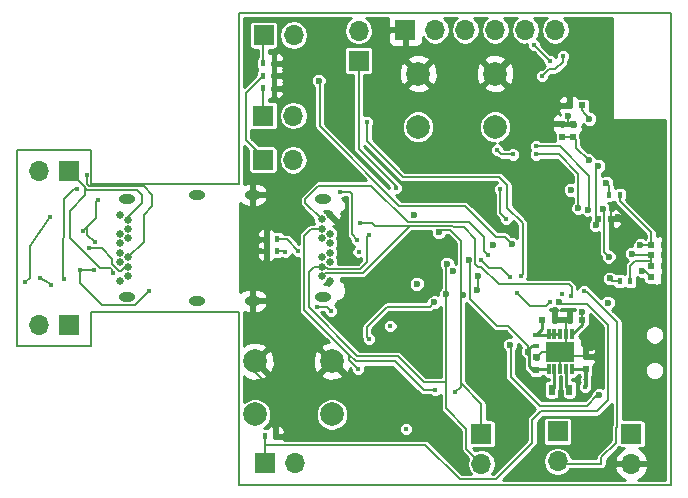
<source format=gbr>
%TF.GenerationSoftware,KiCad,Pcbnew,4.0.7*%
%TF.CreationDate,2019-04-11T13:09:23-05:00*%
%TF.ProjectId,GolfGloveMainBoardV1.0.0,476F6C66476C6F76654D61696E426F61,rev?*%
%TF.FileFunction,Copper,L4,Bot,Signal*%
%FSLAX46Y46*%
G04 Gerber Fmt 4.6, Leading zero omitted, Abs format (unit mm)*
G04 Created by KiCad (PCBNEW 4.0.7) date 04/11/19 13:09:23*
%MOMM*%
%LPD*%
G01*
G04 APERTURE LIST*
%ADD10C,0.100000*%
%ADD11C,0.150000*%
%ADD12O,1.400000X0.800000*%
%ADD13C,0.650000*%
%ADD14C,0.600000*%
%ADD15R,1.700000X1.700000*%
%ADD16O,1.700000X1.700000*%
%ADD17R,0.600000X0.500000*%
%ADD18R,0.500000X0.600000*%
%ADD19R,0.400000X0.600000*%
%ADD20R,0.500000X0.900000*%
%ADD21R,0.600000X0.400000*%
%ADD22R,0.304800X0.812800*%
%ADD23R,2.387600X1.651000*%
%ADD24C,2.000000*%
%ADD25C,0.450000*%
%ADD26C,0.200000*%
%ADD27C,0.250000*%
%ADD28C,0.300000*%
%ADD29C,0.254000*%
G04 APERTURE END LIST*
D10*
D11*
X148925000Y-151345000D02*
X148925000Y-151355000D01*
X112365000Y-151345000D02*
X148925000Y-151345000D01*
X112365000Y-136675000D02*
X112365000Y-151345000D01*
X99805000Y-136675000D02*
X112365000Y-136675000D01*
X99805000Y-139585000D02*
X99805000Y-136675000D01*
X93605000Y-139585000D02*
X99805000Y-139585000D01*
X93605000Y-122935000D02*
X93605000Y-139585000D01*
X99805000Y-122935000D02*
X93605000Y-122935000D01*
X99805000Y-125835000D02*
X99805000Y-122935000D01*
X112375000Y-125835000D02*
X99805000Y-125835000D01*
X112375000Y-111355000D02*
X112375000Y-125835000D01*
X148925000Y-111355000D02*
X112375000Y-111355000D01*
X148925000Y-151345000D02*
X148925000Y-111355000D01*
D12*
X102870000Y-135390000D03*
X102870000Y-127130000D03*
X108820000Y-126770000D03*
X108820000Y-135750000D03*
D13*
X102270000Y-128460000D03*
X102270000Y-130060000D03*
X102270000Y-130860000D03*
X102270000Y-131660000D03*
X102270000Y-132460000D03*
X102270000Y-134060000D03*
X102970000Y-128860000D03*
X102970000Y-129660000D03*
X102970000Y-130460000D03*
X102970000Y-132060000D03*
X102970000Y-132860000D03*
X102970000Y-133660000D03*
D14*
X148275000Y-120875000D03*
X147325000Y-128275000D03*
X143275000Y-121425000D03*
X146325000Y-124075000D03*
X144475000Y-128675000D03*
X113225000Y-130925000D03*
X147725000Y-146925000D03*
X148075000Y-129925000D03*
X146025000Y-129575000D03*
X145375000Y-130225000D03*
X141225000Y-113425000D03*
X141225000Y-115425000D03*
X141225000Y-112425000D03*
X145725000Y-127325000D03*
X148175000Y-128475000D03*
X144725000Y-122925000D03*
X146325000Y-126775000D03*
X143725000Y-122925000D03*
X145225000Y-123925000D03*
X141225000Y-114425000D03*
X144225000Y-123925000D03*
X146325000Y-125875000D03*
X148025000Y-123725000D03*
X148025000Y-122775000D03*
X145225000Y-121925000D03*
X145225000Y-120925000D03*
X144225000Y-120925000D03*
X147475000Y-129175000D03*
X148225000Y-121775000D03*
X146225000Y-121925000D03*
X144225000Y-121925000D03*
X143225000Y-120425000D03*
X148025000Y-126525000D03*
X148025000Y-124675000D03*
X146225000Y-120925000D03*
X142225000Y-113925000D03*
X142225000Y-117925000D03*
X147925000Y-127525000D03*
X148025000Y-125625000D03*
X142225000Y-118925000D03*
X143225000Y-119425000D03*
X142225000Y-115925000D03*
X146325000Y-124975000D03*
X142225000Y-116925000D03*
X142225000Y-111925000D03*
X142225000Y-112925000D03*
X143225000Y-112425000D03*
X143225000Y-113425000D03*
X143225000Y-114425000D03*
X143225000Y-115425000D03*
X143225000Y-116425000D03*
X143225000Y-117425000D03*
X143225000Y-118425000D03*
X142225000Y-114925000D03*
D15*
X97980000Y-124760000D03*
D16*
X95440000Y-124760000D03*
D12*
X119485000Y-127120000D03*
X119485000Y-135380000D03*
X113535000Y-135740000D03*
X113535000Y-126760000D03*
D13*
X120085000Y-134050000D03*
X120085000Y-132450000D03*
X120085000Y-131650000D03*
X120085000Y-130850000D03*
X120085000Y-130050000D03*
X120085000Y-128450000D03*
X119385000Y-133650000D03*
X119385000Y-132850000D03*
X119385000Y-132050000D03*
X119385000Y-130450000D03*
X119385000Y-129650000D03*
X119385000Y-128850000D03*
D17*
X147250000Y-133725000D03*
X148350000Y-133725000D03*
X148375000Y-131025000D03*
X147275000Y-131025000D03*
X141425000Y-119200000D03*
X140325000Y-119200000D03*
X148365000Y-132755000D03*
X147265000Y-132755000D03*
X148375000Y-131895000D03*
X147275000Y-131895000D03*
D18*
X139725000Y-120765000D03*
X139725000Y-121865000D03*
X140655000Y-120785000D03*
X140655000Y-121885000D03*
D17*
X143850000Y-128800000D03*
X142750000Y-128800000D03*
D18*
X137545000Y-141610000D03*
X137545000Y-140510000D03*
D17*
X137995000Y-137360000D03*
X139095000Y-137360000D03*
D18*
X141745000Y-141535000D03*
X141745000Y-140435000D03*
D17*
X141420000Y-137360000D03*
X140320000Y-137360000D03*
D15*
X126450000Y-112800000D03*
D16*
X128990000Y-112800000D03*
X131530000Y-112800000D03*
X134070000Y-112800000D03*
X136610000Y-112800000D03*
X139150000Y-112800000D03*
D15*
X114415000Y-123805000D03*
D16*
X116955000Y-123805000D03*
D15*
X114555000Y-149435000D03*
D16*
X117095000Y-149435000D03*
D15*
X114435000Y-120065000D03*
D16*
X116975000Y-120065000D03*
D15*
X114455000Y-113245000D03*
D16*
X116995000Y-113245000D03*
D15*
X97980000Y-137760000D03*
D16*
X95440000Y-137760000D03*
D15*
X122500000Y-115400000D03*
D16*
X122500000Y-112860000D03*
D19*
X145500000Y-134050000D03*
X144600000Y-134050000D03*
D20*
X138845000Y-143285000D03*
X140345000Y-143285000D03*
D19*
X115335000Y-116675000D03*
X114435000Y-116675000D03*
X115455000Y-147215000D03*
X114555000Y-147215000D03*
X115335000Y-117735000D03*
X114435000Y-117735000D03*
X115335000Y-115625000D03*
X114435000Y-115625000D03*
X143725000Y-126750000D03*
X144625000Y-126750000D03*
D21*
X137520000Y-139535000D03*
X137520000Y-138635000D03*
D22*
X140585600Y-141533200D03*
X140103000Y-141533200D03*
X139595000Y-141533200D03*
X139087000Y-141533200D03*
X138604400Y-141533200D03*
X138604400Y-138586800D03*
X139087000Y-138586800D03*
X139595000Y-138586800D03*
X140103000Y-138586800D03*
X140585600Y-138586800D03*
D23*
X139595000Y-140060000D03*
D24*
X127550000Y-121000000D03*
X127550000Y-116500000D03*
X134050000Y-121000000D03*
X134050000Y-116500000D03*
D15*
X145600000Y-147000000D03*
D16*
X145600000Y-149540000D03*
D15*
X139350000Y-146800000D03*
D16*
X139350000Y-149340000D03*
D15*
X132900000Y-147000000D03*
D16*
X132900000Y-149540000D03*
D24*
X113750000Y-145350000D03*
X113750000Y-140850000D03*
X120250000Y-145350000D03*
X120250000Y-140850000D03*
D19*
X114700000Y-131500000D03*
X115600000Y-131500000D03*
X114715000Y-130519999D03*
X115615000Y-130519999D03*
D25*
X128950000Y-144800000D03*
D14*
X143975000Y-127900000D03*
X142900000Y-134300000D03*
X148085000Y-134585000D03*
X140200000Y-120050000D03*
X142145000Y-139705000D03*
X139595000Y-140060000D03*
X128355000Y-137245000D03*
X129255000Y-141275000D03*
X116025000Y-116695000D03*
X134365000Y-129455000D03*
X134465000Y-138755000D03*
X125175000Y-133745000D03*
X142850000Y-143750000D03*
X135335000Y-139475000D03*
D25*
X122500000Y-131600000D03*
X126500000Y-146600000D03*
X125200000Y-137850000D03*
D14*
X127425000Y-134315000D03*
X130475000Y-133215000D03*
X143605000Y-135905000D03*
X133895000Y-131045000D03*
X127225000Y-128515000D03*
X140450000Y-126350000D03*
X146475000Y-133175000D03*
X141435000Y-136695000D03*
D25*
X134500000Y-126300000D03*
X135000000Y-128800000D03*
X98700000Y-126300000D03*
X97600000Y-133900000D03*
X135600000Y-123350000D03*
X134200000Y-122950000D03*
X137550000Y-123350000D03*
D14*
X141115000Y-127885000D03*
D25*
X137550000Y-122650000D03*
D14*
X141885000Y-128025000D03*
X146365000Y-131025000D03*
X143675000Y-132000000D03*
X143475000Y-125750000D03*
X142025000Y-120325000D03*
X143175000Y-127955000D03*
X145625000Y-131750000D03*
X141975000Y-123850000D03*
X142600000Y-129325000D03*
X142775000Y-124325000D03*
D25*
X125700000Y-126200000D03*
D14*
X131815000Y-132255000D03*
X136845000Y-140035000D03*
D25*
X123400000Y-130150000D03*
D14*
X129985000Y-132605000D03*
X129905000Y-135175000D03*
D25*
X122450000Y-141500000D03*
X130700000Y-143500000D03*
X129000000Y-143300000D03*
D14*
X132565000Y-134825000D03*
X131355000Y-135245000D03*
X129300000Y-129950000D03*
X132595000Y-133635000D03*
D25*
X137350000Y-114100000D03*
X138700000Y-115450000D03*
X139800000Y-115000000D03*
X138050000Y-116700000D03*
X118950000Y-136250000D03*
X120150000Y-136600000D03*
X133450000Y-131850000D03*
X94300000Y-134150000D03*
X96350000Y-128650000D03*
D14*
X143775000Y-133850000D03*
X128895000Y-135875000D03*
D25*
X123400000Y-139000000D03*
X104750000Y-134900000D03*
X98950000Y-133150000D03*
X100100000Y-133150000D03*
X99650000Y-131300000D03*
X99500000Y-125050000D03*
X100150000Y-130800000D03*
X99200000Y-129800000D03*
X100450000Y-127200000D03*
X122650000Y-129150000D03*
X140500000Y-135300000D03*
X101700000Y-133350000D03*
X132900000Y-132300000D03*
X135350000Y-133700000D03*
X135900000Y-135050000D03*
X138700000Y-135850000D03*
D14*
X139500000Y-135800000D03*
D25*
X123200000Y-120600000D03*
X136250000Y-133600000D03*
D14*
X135485000Y-130915000D03*
X119115000Y-117095000D03*
D25*
X95500000Y-133800000D03*
X96500000Y-134400000D03*
X139750000Y-135150000D03*
X141600000Y-134900000D03*
X141650000Y-143050000D03*
X116300000Y-131600000D03*
X120900000Y-126500000D03*
X122400000Y-130550000D03*
X117400000Y-131500000D03*
D11*
X120250000Y-140850000D02*
X120250000Y-141200000D01*
X120250000Y-141200000D02*
X122300000Y-143250000D01*
X128950000Y-144350000D02*
X128950000Y-144800000D01*
X128400000Y-143800000D02*
X128950000Y-144350000D01*
X127350000Y-143800000D02*
X128400000Y-143800000D01*
X126800000Y-143250000D02*
X127350000Y-143800000D01*
X122300000Y-143250000D02*
X126800000Y-143250000D01*
X114715000Y-130519999D02*
X113630001Y-130519999D01*
X113630001Y-130519999D02*
X113225000Y-130925000D01*
X114715000Y-130519999D02*
X114715000Y-131485000D01*
X114715000Y-131485000D02*
X114700000Y-131500000D01*
X113750000Y-140850000D02*
X113750000Y-141750000D01*
X113750000Y-141750000D02*
X115455000Y-143455000D01*
X115455000Y-143455000D02*
X115455000Y-147215000D01*
X126450000Y-112800000D02*
X125450000Y-112800000D01*
X117355000Y-116695000D02*
X116025000Y-116695000D01*
X119950000Y-114100000D02*
X117355000Y-116695000D01*
X124150000Y-114100000D02*
X119950000Y-114100000D01*
X125450000Y-112800000D02*
X124150000Y-114100000D01*
X126435000Y-112785000D02*
X126450000Y-112800000D01*
X143850000Y-128050000D02*
X143975000Y-127925000D01*
X143975000Y-127925000D02*
X143975000Y-127900000D01*
X143850000Y-128800000D02*
X143850000Y-128050000D01*
X148350000Y-133725000D02*
X148350000Y-134320000D01*
X148350000Y-134320000D02*
X148085000Y-134585000D01*
X148350000Y-133725000D02*
X148350000Y-132770000D01*
X148350000Y-132770000D02*
X148365000Y-132755000D01*
X140200000Y-120765000D02*
X140200000Y-120050000D01*
X139725000Y-120765000D02*
X140200000Y-120765000D01*
X140200000Y-120765000D02*
X140635000Y-120765000D01*
X140635000Y-120765000D02*
X140655000Y-120785000D01*
X141745000Y-140435000D02*
X141745000Y-140105000D01*
X141745000Y-140105000D02*
X142145000Y-139705000D01*
X140103000Y-138586800D02*
X140103000Y-139552000D01*
X140103000Y-139552000D02*
X139595000Y-140060000D01*
X140103000Y-138586800D02*
X140103000Y-137577000D01*
X140103000Y-137577000D02*
X140320000Y-137360000D01*
X139095000Y-137360000D02*
X140320000Y-137360000D01*
X139595000Y-140060000D02*
X137995000Y-140060000D01*
X137995000Y-140060000D02*
X137545000Y-140510000D01*
X141745000Y-140435000D02*
X139970000Y-140435000D01*
X139970000Y-140435000D02*
X139595000Y-140060000D01*
X139595000Y-140060000D02*
X139595000Y-141533200D01*
X148365000Y-132755000D02*
X148365000Y-131905000D01*
X148365000Y-131905000D02*
X148375000Y-131895000D01*
X148375000Y-131895000D02*
X148375000Y-131025000D01*
X148375000Y-131025000D02*
X148375000Y-132745000D01*
X148375000Y-132745000D02*
X148380000Y-132750000D01*
X115335000Y-116675000D02*
X115335000Y-117735000D01*
X115335000Y-117735000D02*
X115335000Y-115625000D01*
X115335000Y-115625000D02*
X115335000Y-116675000D01*
X115335000Y-116675000D02*
X115355000Y-116695000D01*
X115355000Y-116695000D02*
X116025000Y-116695000D01*
X125755000Y-112815000D02*
X125755000Y-112785000D01*
D26*
X142720000Y-143750000D02*
X142850000Y-143750000D01*
X141875000Y-144635000D02*
X142720000Y-143750000D01*
X137845000Y-144635000D02*
X141875000Y-144635000D01*
X135365000Y-142155000D02*
X137845000Y-144635000D01*
X135365000Y-139515000D02*
X135365000Y-142155000D01*
X135335000Y-139485000D02*
X135365000Y-139515000D01*
X135335000Y-139475000D02*
X135335000Y-139485000D01*
D11*
X146475000Y-133175000D02*
X146725000Y-133175000D01*
X146775000Y-133250000D02*
X147250000Y-133725000D01*
X146725000Y-133175000D02*
X146775000Y-133225000D01*
X146775000Y-133225000D02*
X146775000Y-133250000D01*
X141420000Y-136710000D02*
X141435000Y-136695000D01*
X134500000Y-128300000D02*
X134500000Y-126300000D01*
X135000000Y-128800000D02*
X134500000Y-128300000D01*
X98400000Y-126300000D02*
X98700000Y-126300000D01*
X97550000Y-127150000D02*
X98400000Y-126300000D01*
X97450000Y-133750000D02*
X97550000Y-127150000D01*
X97600000Y-133900000D02*
X97450000Y-133750000D01*
X134600000Y-123350000D02*
X135600000Y-123350000D01*
X134200000Y-122950000D02*
X134600000Y-123350000D01*
X141115000Y-127885000D02*
X141115000Y-125015000D01*
X141115000Y-125015000D02*
X139450000Y-123350000D01*
X139450000Y-123350000D02*
X137550000Y-123350000D01*
X141115000Y-127885000D02*
X141115000Y-127885000D01*
X142035000Y-125405000D02*
X142035000Y-125135000D01*
X142035000Y-125135000D02*
X139550000Y-122650000D01*
X139550000Y-122650000D02*
X137550000Y-122650000D01*
X142035000Y-127875000D02*
X142035000Y-125405000D01*
X141885000Y-128025000D02*
X142035000Y-127875000D01*
X142035000Y-125405000D02*
X142025000Y-125395000D01*
X147275000Y-129950000D02*
X144625000Y-127300000D01*
X147275000Y-131025000D02*
X146365000Y-131025000D01*
X147275000Y-131025000D02*
X147275000Y-129950000D01*
X144625000Y-127300000D02*
X144625000Y-126750000D01*
X143300000Y-128080000D02*
X143175000Y-127955000D01*
X143300000Y-131625000D02*
X143300000Y-128080000D01*
X143675000Y-132000000D02*
X143300000Y-131625000D01*
X143175000Y-127955000D02*
X143235000Y-128015000D01*
X143725000Y-126000000D02*
X143725000Y-126750000D01*
X143475000Y-125750000D02*
X143725000Y-126000000D01*
X141425000Y-119550000D02*
X141425000Y-119200000D01*
X142025000Y-120325000D02*
X141425000Y-119550000D01*
X147275000Y-131895000D02*
X145770000Y-131895000D01*
X145770000Y-131895000D02*
X145625000Y-131750000D01*
X145500000Y-134050000D02*
X145500000Y-132775000D01*
X146700000Y-132350000D02*
X147265000Y-132350000D01*
X145925000Y-132350000D02*
X146700000Y-132350000D01*
X145500000Y-132775000D02*
X145925000Y-132350000D01*
X147265000Y-132755000D02*
X147265000Y-132350000D01*
X147265000Y-132350000D02*
X147265000Y-131905000D01*
X147265000Y-131905000D02*
X147275000Y-131895000D01*
X141975000Y-123850000D02*
X140900000Y-122775000D01*
X140900000Y-122775000D02*
X140900000Y-122130000D01*
X140900000Y-122130000D02*
X140635000Y-121865000D01*
X140635000Y-121865000D02*
X139725000Y-121865000D01*
X142750000Y-128800000D02*
X142750000Y-129175000D01*
X142750000Y-129175000D02*
X142600000Y-129325000D01*
X142625000Y-124475000D02*
X142625000Y-128675000D01*
X142775000Y-124325000D02*
X142625000Y-124475000D01*
X142625000Y-128675000D02*
X142750000Y-128800000D01*
D26*
X122500000Y-115400000D02*
X122500000Y-122850000D01*
X125700000Y-126050000D02*
X125700000Y-126200000D01*
X122500000Y-122850000D02*
X125700000Y-126050000D01*
X136845000Y-139545000D02*
X136845000Y-140035000D01*
X135145000Y-137845000D02*
X136845000Y-139545000D01*
X134225000Y-137845000D02*
X135145000Y-137845000D01*
X131975000Y-135595000D02*
X134225000Y-137845000D01*
X131975000Y-132095000D02*
X131975000Y-135595000D01*
X131815000Y-132255000D02*
X131975000Y-132095000D01*
X136845000Y-140035000D02*
X136845000Y-139860000D01*
X136845000Y-139860000D02*
X136970000Y-139735000D01*
X136845000Y-140035000D02*
X136845000Y-140295000D01*
X136845000Y-140295000D02*
X136970000Y-140420000D01*
X136855000Y-140025000D02*
X136970000Y-140025000D01*
X136845000Y-140035000D02*
X136855000Y-140025000D01*
D27*
X138604400Y-141533200D02*
X137621800Y-141533200D01*
X137621800Y-141533200D02*
X137545000Y-141610000D01*
X137520000Y-139535000D02*
X137170000Y-139535000D01*
X137170000Y-139535000D02*
X136970000Y-139735000D01*
X136970000Y-141285000D02*
X137295000Y-141610000D01*
X136970000Y-140420000D02*
X136970000Y-141285000D01*
X136970000Y-139735000D02*
X136970000Y-140025000D01*
X136970000Y-140025000D02*
X136970000Y-140420000D01*
X137295000Y-141610000D02*
X137545000Y-141610000D01*
X137995000Y-137360000D02*
X137995000Y-138160000D01*
X137995000Y-138160000D02*
X137520000Y-138635000D01*
X139595000Y-138586800D02*
X138604400Y-138586800D01*
X138604400Y-138586800D02*
X138556200Y-138635000D01*
X138556200Y-138635000D02*
X137520000Y-138635000D01*
D11*
X119385000Y-132850000D02*
X119700000Y-132850000D01*
X119700000Y-132850000D02*
X119899998Y-133049998D01*
X123400000Y-130150000D02*
X123200000Y-130350000D01*
X123200000Y-130350000D02*
X123200000Y-132450000D01*
X123200000Y-132450000D02*
X122600002Y-133049998D01*
X122600002Y-133049998D02*
X120100000Y-133049998D01*
X120100000Y-133049998D02*
X119950000Y-133049998D01*
X119899998Y-133049998D02*
X119950000Y-133049998D01*
X119485000Y-132950000D02*
X119385000Y-132850000D01*
X119385000Y-132850000D02*
X118750000Y-132850000D01*
X128000000Y-142600000D02*
X129895000Y-142600000D01*
X125800000Y-140400000D02*
X128000000Y-142600000D01*
X122400000Y-140400000D02*
X125800000Y-140400000D01*
X118300000Y-136300000D02*
X122400000Y-140400000D01*
X118300000Y-133300000D02*
X118300000Y-136300000D01*
X118750000Y-132850000D02*
X118300000Y-133300000D01*
X129895000Y-132695000D02*
X129895000Y-133885000D01*
X129985000Y-132605000D02*
X129895000Y-132695000D01*
X129895000Y-133885000D02*
X129895000Y-134795000D01*
X129895000Y-134795000D02*
X129895000Y-142600000D01*
X129895000Y-142600000D02*
X129895000Y-144815000D01*
X131635000Y-148285000D02*
X132885000Y-149535000D01*
X131635000Y-146555000D02*
X131635000Y-148285000D01*
X129895000Y-144815000D02*
X131635000Y-146555000D01*
X129905000Y-135175000D02*
X129895000Y-134795000D01*
X129895000Y-134795000D02*
X129925000Y-134795000D01*
X129925000Y-134795000D02*
X129895000Y-134795000D01*
X121700000Y-140750000D02*
X121700000Y-140300000D01*
X122450000Y-141500000D02*
X121700000Y-140750000D01*
X119385000Y-129650000D02*
X118500000Y-129650000D01*
X131150000Y-142450000D02*
X131165000Y-142450000D01*
X131165000Y-142465000D02*
X131150000Y-142450000D01*
X131165000Y-143035000D02*
X131165000Y-142465000D01*
X130700000Y-143500000D02*
X131165000Y-143035000D01*
X128000000Y-143300000D02*
X129000000Y-143300000D01*
X125550000Y-140850000D02*
X128000000Y-143300000D01*
X122250000Y-140850000D02*
X125550000Y-140850000D01*
X117900000Y-136500000D02*
X121700000Y-140300000D01*
X121700000Y-140300000D02*
X122250000Y-140850000D01*
X117900000Y-130250000D02*
X117900000Y-136500000D01*
X118500000Y-129650000D02*
X117900000Y-130250000D01*
X132595000Y-134795000D02*
X132595000Y-133635000D01*
X132565000Y-134825000D02*
X132595000Y-134795000D01*
X129605000Y-129745000D02*
X129300000Y-129950000D01*
X130225000Y-129745000D02*
X129605000Y-129745000D01*
X131165000Y-130685000D02*
X130225000Y-129745000D01*
X131165000Y-135485000D02*
X131165000Y-130685000D01*
X131165000Y-135485000D02*
X131165000Y-135435000D01*
X131165000Y-135435000D02*
X131355000Y-135245000D01*
X131165000Y-142725000D02*
X131165000Y-142450000D01*
X131165000Y-142450000D02*
X131165000Y-135485000D01*
X132885000Y-144445000D02*
X131165000Y-142725000D01*
X132885000Y-146995000D02*
X132885000Y-144445000D01*
X122625000Y-112785000D02*
X123215000Y-112785000D01*
X138700000Y-115450000D02*
X137350000Y-114100000D01*
X139800000Y-115500000D02*
X139800000Y-115000000D01*
X139150000Y-116150000D02*
X139800000Y-115500000D01*
X138600000Y-116150000D02*
X139150000Y-116150000D01*
X138050000Y-116700000D02*
X138600000Y-116150000D01*
X119800000Y-136250000D02*
X118950000Y-136250000D01*
X120150000Y-136600000D02*
X119800000Y-136250000D01*
X133100000Y-131450000D02*
X133100000Y-130300000D01*
X133450000Y-131850000D02*
X133100000Y-131500000D01*
X133100000Y-131500000D02*
X133100000Y-131450000D01*
X118000000Y-127465000D02*
X119385000Y-128850000D01*
X118000000Y-127100000D02*
X118000000Y-127465000D01*
X119100000Y-126000000D02*
X118000000Y-127100000D01*
X123550000Y-126000000D02*
X119100000Y-126000000D01*
X126650000Y-129100000D02*
X123550000Y-126000000D01*
X131650000Y-129100000D02*
X126650000Y-129100000D01*
X131700000Y-129050000D02*
X131650000Y-129100000D01*
X131850000Y-129050000D02*
X131700000Y-129050000D01*
X133100000Y-130300000D02*
X131850000Y-129050000D01*
X94300000Y-134150000D02*
X94650000Y-133800000D01*
X94650000Y-133800000D02*
X94650000Y-131100000D01*
X94650000Y-131100000D02*
X96350000Y-128650000D01*
X143975000Y-134050000D02*
X144600000Y-134050000D01*
X143775000Y-133850000D02*
X143975000Y-134050000D01*
D27*
X139087000Y-141533200D02*
X139087000Y-143043000D01*
X139087000Y-143043000D02*
X138845000Y-143285000D01*
X140103000Y-141533200D02*
X140103000Y-143043000D01*
X140103000Y-143043000D02*
X140345000Y-143285000D01*
D11*
X123175000Y-137945000D02*
X123175000Y-138775000D01*
X124875000Y-136245000D02*
X123175000Y-137945000D01*
X128525000Y-136245000D02*
X124875000Y-136245000D01*
X128895000Y-135875000D02*
X128525000Y-136245000D01*
X123175000Y-138775000D02*
X123400000Y-139000000D01*
X103750000Y-135900000D02*
X103750000Y-135949998D01*
X98950000Y-134250000D02*
X98950000Y-133150000D01*
X100799998Y-136099998D02*
X98950000Y-134250000D01*
X103600000Y-136099998D02*
X100799998Y-136099998D01*
X103750000Y-135949998D02*
X103600000Y-136099998D01*
X103750000Y-135900000D02*
X103700000Y-135900000D01*
X104750000Y-134900000D02*
X103750000Y-135900000D01*
X98950000Y-133150000D02*
X100100000Y-133150000D01*
X102970000Y-132860000D02*
X102690000Y-132860000D01*
X102690000Y-132860000D02*
X102350000Y-133200000D01*
X102350000Y-133200000D02*
X102200000Y-133200000D01*
X102200000Y-133200000D02*
X101650000Y-132650000D01*
X101650000Y-132650000D02*
X101650000Y-132200000D01*
X101650000Y-132200000D02*
X100750000Y-131300000D01*
X100750000Y-131300000D02*
X99650000Y-131300000D01*
X102970000Y-132060000D02*
X102990000Y-132060000D01*
X102990000Y-132060000D02*
X104300000Y-130750000D01*
X104300000Y-130750000D02*
X104300000Y-128450000D01*
X104300000Y-128450000D02*
X105000000Y-127750000D01*
X105000000Y-127750000D02*
X105000000Y-126750000D01*
X105000000Y-126750000D02*
X104299998Y-126049998D01*
X104299998Y-126049998D02*
X99699998Y-126049998D01*
X99699998Y-126049998D02*
X99500000Y-125850000D01*
X99500000Y-125850000D02*
X99500000Y-125050000D01*
X99525000Y-129475000D02*
X99525000Y-130175000D01*
X99525000Y-130175000D02*
X100150000Y-130800000D01*
X100250000Y-128750000D02*
X99525000Y-129475000D01*
X99525000Y-129475000D02*
X99200000Y-129800000D01*
X100250000Y-127400000D02*
X100250000Y-128750000D01*
X100450000Y-127200000D02*
X100250000Y-127400000D01*
X126825000Y-129425000D02*
X123875000Y-129425000D01*
X123600000Y-129150000D02*
X122650000Y-129150000D01*
X123875000Y-129425000D02*
X123600000Y-129150000D01*
X119685000Y-133350000D02*
X119385000Y-133650000D01*
X122900000Y-133350000D02*
X119685000Y-133350000D01*
X126849998Y-129400002D02*
X126825000Y-129425000D01*
X126825000Y-129425000D02*
X122900000Y-133350000D01*
X130450000Y-129400002D02*
X126849998Y-129400002D01*
X130549998Y-129500000D02*
X130450000Y-129400002D01*
X131400000Y-129500000D02*
X130549998Y-129500000D01*
X132400000Y-130500000D02*
X131400000Y-129500000D01*
X132400000Y-132650000D02*
X132400000Y-130500000D01*
X132650000Y-132900000D02*
X132400000Y-132650000D01*
X132900000Y-132900000D02*
X132650000Y-132900000D01*
X134350000Y-134350000D02*
X132900000Y-132900000D01*
X140300000Y-134350000D02*
X134350000Y-134350000D01*
X140550000Y-134600000D02*
X140300000Y-134350000D01*
X140550000Y-135250000D02*
X140550000Y-134600000D01*
X140500000Y-135300000D02*
X140550000Y-135250000D01*
X102970000Y-128860000D02*
X102970000Y-128630000D01*
X102970000Y-128630000D02*
X104150000Y-127450000D01*
X104150000Y-127450000D02*
X104150000Y-126750000D01*
X104150000Y-126750000D02*
X103750000Y-126350000D01*
X103750000Y-126350000D02*
X99500000Y-126350000D01*
X99500000Y-126350000D02*
X99350000Y-126200000D01*
X99350000Y-126200000D02*
X99350000Y-126130000D01*
X99350000Y-126130000D02*
X99350000Y-126130000D01*
X99350000Y-126130000D02*
X97980000Y-124760000D01*
X99350000Y-126800000D02*
X99350000Y-126130000D01*
X98050000Y-128100000D02*
X99350000Y-126800000D01*
X98050000Y-130450000D02*
X98050000Y-128100000D01*
X100600000Y-133000000D02*
X98050000Y-130450000D01*
X101500000Y-133000000D02*
X100600000Y-133000000D01*
X101700000Y-133350000D02*
X101500000Y-133000000D01*
X133550000Y-132950000D02*
X132900000Y-132300000D01*
X134600000Y-132950000D02*
X133550000Y-132950000D01*
X135350000Y-133700000D02*
X134600000Y-132950000D01*
X137000000Y-136150000D02*
X135900000Y-135050000D01*
X138400000Y-136150000D02*
X137000000Y-136150000D01*
X138700000Y-135850000D02*
X138400000Y-136150000D01*
X114415000Y-123805000D02*
X114415000Y-123565000D01*
X114415000Y-123565000D02*
X112955000Y-122105000D01*
X112955000Y-122105000D02*
X112955000Y-118145000D01*
X112955000Y-118145000D02*
X114425000Y-116675000D01*
X114425000Y-116675000D02*
X114435000Y-116675000D01*
X139700000Y-136000000D02*
X139500000Y-135800000D01*
X141850000Y-136000000D02*
X139700000Y-136000000D01*
X143650000Y-137800000D02*
X141850000Y-136000000D01*
X143650000Y-144150000D02*
X143650000Y-137800000D01*
X142700000Y-145100000D02*
X143650000Y-144150000D01*
X137950000Y-145100000D02*
X142700000Y-145100000D01*
X137200000Y-145850000D02*
X137950000Y-145100000D01*
X137200000Y-147750000D02*
X137200000Y-145850000D01*
X134100000Y-150850000D02*
X137200000Y-147750000D01*
X131050000Y-150850000D02*
X134100000Y-150850000D01*
X128135000Y-147935000D02*
X131050000Y-150850000D01*
X114555000Y-147935000D02*
X128135000Y-147935000D01*
X114555000Y-149435000D02*
X114555000Y-147935000D01*
X114555000Y-147935000D02*
X114555000Y-147215000D01*
X123250000Y-120650000D02*
X123200000Y-120600000D01*
X123250000Y-122250000D02*
X123250000Y-120650000D01*
X126250000Y-125250000D02*
X123250000Y-122250000D01*
X134400000Y-125250000D02*
X126250000Y-125250000D01*
X135100000Y-125950000D02*
X134400000Y-125250000D01*
X135100000Y-127849998D02*
X135100000Y-125950000D01*
X136400000Y-129149998D02*
X135100000Y-127849998D01*
X136400000Y-133450000D02*
X136400000Y-129149998D01*
X136250000Y-133600000D02*
X136400000Y-133450000D01*
X114435000Y-117735000D02*
X114435000Y-120065000D01*
X119195000Y-117175000D02*
X119115000Y-117095000D01*
X119195000Y-120965000D02*
X119195000Y-117175000D01*
X125965000Y-127735000D02*
X119195000Y-120965000D01*
X131525000Y-127735000D02*
X125965000Y-127735000D01*
X134105000Y-130315000D02*
X131525000Y-127735000D01*
X134885000Y-130315000D02*
X134105000Y-130315000D01*
X135485000Y-130915000D02*
X134885000Y-130315000D01*
X114435000Y-115625000D02*
X114435000Y-113265000D01*
X114435000Y-113265000D02*
X114455000Y-113245000D01*
X95500000Y-133800000D02*
X96500000Y-134350000D01*
X96500000Y-134350000D02*
X96500000Y-134400000D01*
X139545000Y-149535000D02*
X139350000Y-149340000D01*
X139545000Y-149535000D02*
X143045000Y-149535000D01*
X141800000Y-135000000D02*
X141600000Y-134900000D01*
X141850000Y-135000000D02*
X144400000Y-137550000D01*
X141850000Y-135000000D02*
X141800000Y-135000000D01*
X144400000Y-137550000D02*
X144400000Y-146450000D01*
X144400000Y-146450000D02*
X144300000Y-146550000D01*
X144300000Y-146550000D02*
X144300000Y-147750000D01*
X143045000Y-149005000D02*
X143045000Y-149535000D01*
X143045000Y-149005000D02*
X144300000Y-147750000D01*
D28*
X141745000Y-142955000D02*
X141745000Y-141535000D01*
X141650000Y-143050000D02*
X141745000Y-142955000D01*
D11*
X141745000Y-141535000D02*
X141745000Y-142265000D01*
X141745000Y-142265000D02*
X141615000Y-142395000D01*
X141420000Y-137360000D02*
X141420000Y-136710000D01*
D27*
X141420000Y-137360000D02*
X141420000Y-137752400D01*
X141420000Y-137752400D02*
X140585600Y-138586800D01*
X140585600Y-141533200D02*
X141743200Y-141533200D01*
X141743200Y-141533200D02*
X141745000Y-141535000D01*
D11*
X116200000Y-131500000D02*
X115600000Y-131500000D01*
X116300000Y-131600000D02*
X116200000Y-131500000D01*
X121750000Y-126500000D02*
X120900000Y-126500000D01*
X121950000Y-126700000D02*
X121750000Y-126500000D01*
X121950000Y-130100000D02*
X121950000Y-126700000D01*
X122400000Y-130550000D02*
X121950000Y-130100000D01*
X115615000Y-130519999D02*
X116419999Y-130519999D01*
X116419999Y-130519999D02*
X117400000Y-131500000D01*
D29*
G36*
X121608342Y-111992380D02*
X121342362Y-112390447D01*
X121248962Y-112860000D01*
X121342362Y-113329553D01*
X121608342Y-113727620D01*
X122006409Y-113993600D01*
X122475962Y-114087000D01*
X122524038Y-114087000D01*
X122993591Y-113993600D01*
X123391658Y-113727620D01*
X123657638Y-113329553D01*
X123706133Y-113085750D01*
X124965000Y-113085750D01*
X124965000Y-113776309D01*
X125061673Y-114009698D01*
X125240301Y-114188327D01*
X125473690Y-114285000D01*
X126164250Y-114285000D01*
X126323000Y-114126250D01*
X126323000Y-112927000D01*
X125123750Y-112927000D01*
X124965000Y-113085750D01*
X123706133Y-113085750D01*
X123751038Y-112860000D01*
X123657638Y-112390447D01*
X123391658Y-111992380D01*
X123114217Y-111807000D01*
X124971914Y-111807000D01*
X124965000Y-111823691D01*
X124965000Y-112514250D01*
X125123750Y-112673000D01*
X126323000Y-112673000D01*
X126323000Y-112653000D01*
X126577000Y-112653000D01*
X126577000Y-112673000D01*
X126597000Y-112673000D01*
X126597000Y-112927000D01*
X126577000Y-112927000D01*
X126577000Y-114126250D01*
X126735750Y-114285000D01*
X127426310Y-114285000D01*
X127659699Y-114188327D01*
X127838327Y-114009698D01*
X127935000Y-113776309D01*
X127935000Y-113411224D01*
X128122380Y-113691658D01*
X128520447Y-113957638D01*
X128990000Y-114051038D01*
X129459553Y-113957638D01*
X129857620Y-113691658D01*
X130123600Y-113293591D01*
X130217000Y-112824038D01*
X130217000Y-112775962D01*
X130123600Y-112306409D01*
X129857620Y-111908342D01*
X129705951Y-111807000D01*
X130814049Y-111807000D01*
X130662380Y-111908342D01*
X130396400Y-112306409D01*
X130303000Y-112775962D01*
X130303000Y-112824038D01*
X130396400Y-113293591D01*
X130662380Y-113691658D01*
X131060447Y-113957638D01*
X131530000Y-114051038D01*
X131999553Y-113957638D01*
X132397620Y-113691658D01*
X132663600Y-113293591D01*
X132757000Y-112824038D01*
X132757000Y-112775962D01*
X132663600Y-112306409D01*
X132397620Y-111908342D01*
X132245951Y-111807000D01*
X133354049Y-111807000D01*
X133202380Y-111908342D01*
X132936400Y-112306409D01*
X132843000Y-112775962D01*
X132843000Y-112824038D01*
X132936400Y-113293591D01*
X133202380Y-113691658D01*
X133600447Y-113957638D01*
X134070000Y-114051038D01*
X134539553Y-113957638D01*
X134937620Y-113691658D01*
X135203600Y-113293591D01*
X135297000Y-112824038D01*
X135297000Y-112775962D01*
X135203600Y-112306409D01*
X134937620Y-111908342D01*
X134785951Y-111807000D01*
X135894049Y-111807000D01*
X135742380Y-111908342D01*
X135476400Y-112306409D01*
X135383000Y-112775962D01*
X135383000Y-112824038D01*
X135476400Y-113293591D01*
X135742380Y-113691658D01*
X136140447Y-113957638D01*
X136610000Y-114051038D01*
X136748067Y-114023575D01*
X136747896Y-114219220D01*
X136839352Y-114440560D01*
X137008549Y-114610053D01*
X137229729Y-114701895D01*
X137312743Y-114701967D01*
X138097968Y-115487192D01*
X138097896Y-115569220D01*
X138189352Y-115790560D01*
X138254726Y-115856049D01*
X138012808Y-116097968D01*
X137930780Y-116097896D01*
X137709440Y-116189352D01*
X137539947Y-116358549D01*
X137448105Y-116579729D01*
X137447896Y-116819220D01*
X137539352Y-117040560D01*
X137708549Y-117210053D01*
X137929729Y-117301895D01*
X138169220Y-117302104D01*
X138390560Y-117210648D01*
X138560053Y-117041451D01*
X138651895Y-116820271D01*
X138651967Y-116737257D01*
X138787225Y-116602000D01*
X139150000Y-116602000D01*
X139322973Y-116567594D01*
X139469612Y-116469612D01*
X140119612Y-115819612D01*
X140217594Y-115672973D01*
X140252000Y-115500000D01*
X140252000Y-115399403D01*
X140310053Y-115341451D01*
X140401895Y-115120271D01*
X140402104Y-114880780D01*
X140310648Y-114659440D01*
X140141451Y-114489947D01*
X139920271Y-114398105D01*
X139680780Y-114397896D01*
X139459440Y-114489352D01*
X139289947Y-114658549D01*
X139198105Y-114879729D01*
X139197916Y-115096685D01*
X139041451Y-114939947D01*
X138820271Y-114848105D01*
X138737257Y-114848033D01*
X137952032Y-114062808D01*
X137952104Y-113980780D01*
X137860648Y-113759440D01*
X137691451Y-113589947D01*
X137577263Y-113542532D01*
X137743600Y-113293591D01*
X137837000Y-112824038D01*
X137837000Y-112775962D01*
X137743600Y-112306409D01*
X137477620Y-111908342D01*
X137325951Y-111807000D01*
X138434049Y-111807000D01*
X138282380Y-111908342D01*
X138016400Y-112306409D01*
X137923000Y-112775962D01*
X137923000Y-112824038D01*
X138016400Y-113293591D01*
X138282380Y-113691658D01*
X138680447Y-113957638D01*
X139150000Y-114051038D01*
X139619553Y-113957638D01*
X140017620Y-113691658D01*
X140283600Y-113293591D01*
X140377000Y-112824038D01*
X140377000Y-112775962D01*
X140283600Y-112306409D01*
X140017620Y-111908342D01*
X139865951Y-111807000D01*
X143948198Y-111807000D01*
X143958000Y-120335146D01*
X143966685Y-120381159D01*
X143993965Y-120423553D01*
X144035590Y-120451994D01*
X144085000Y-120462000D01*
X148473000Y-120462000D01*
X148473000Y-150893000D01*
X146145310Y-150893000D01*
X146481358Y-150735183D01*
X146871645Y-150306924D01*
X147041476Y-149896890D01*
X146920155Y-149667000D01*
X145727000Y-149667000D01*
X145727000Y-149687000D01*
X145473000Y-149687000D01*
X145473000Y-149667000D01*
X144279845Y-149667000D01*
X144158524Y-149896890D01*
X144328355Y-150306924D01*
X144718642Y-150735183D01*
X145054690Y-150893000D01*
X134696224Y-150893000D01*
X137519612Y-148069612D01*
X137617594Y-147922973D01*
X137652000Y-147750000D01*
X137652000Y-146037224D01*
X137739224Y-145950000D01*
X138115615Y-145950000D01*
X138115615Y-147650000D01*
X138141903Y-147789708D01*
X138224470Y-147918020D01*
X138350453Y-148004101D01*
X138500000Y-148034385D01*
X140200000Y-148034385D01*
X140339708Y-148008097D01*
X140468020Y-147925530D01*
X140554101Y-147799547D01*
X140584385Y-147650000D01*
X140584385Y-145950000D01*
X140558097Y-145810292D01*
X140475530Y-145681980D01*
X140349547Y-145595899D01*
X140200000Y-145565615D01*
X138500000Y-145565615D01*
X138360292Y-145591903D01*
X138231980Y-145674470D01*
X138145899Y-145800453D01*
X138115615Y-145950000D01*
X137739224Y-145950000D01*
X138137224Y-145552000D01*
X142700000Y-145552000D01*
X142872973Y-145517594D01*
X143019612Y-145419612D01*
X143948000Y-144491224D01*
X143948000Y-146278860D01*
X143882406Y-146377027D01*
X143848000Y-146550000D01*
X143848000Y-147562776D01*
X142725388Y-148685388D01*
X142627406Y-148832027D01*
X142593000Y-149005000D01*
X142593000Y-149083000D01*
X140549917Y-149083000D01*
X140507638Y-148870447D01*
X140241658Y-148472380D01*
X139843591Y-148206400D01*
X139374038Y-148113000D01*
X139325962Y-148113000D01*
X138856409Y-148206400D01*
X138458342Y-148472380D01*
X138192362Y-148870447D01*
X138098962Y-149340000D01*
X138192362Y-149809553D01*
X138458342Y-150207620D01*
X138856409Y-150473600D01*
X139325962Y-150567000D01*
X139374038Y-150567000D01*
X139843591Y-150473600D01*
X140241658Y-150207620D01*
X140389072Y-149987000D01*
X143045000Y-149987000D01*
X143217973Y-149952594D01*
X143364612Y-149854612D01*
X143462594Y-149707973D01*
X143497000Y-149535000D01*
X143497000Y-149192224D01*
X144531938Y-148157286D01*
X144600453Y-148204101D01*
X144750000Y-148234385D01*
X144953791Y-148234385D01*
X144718642Y-148344817D01*
X144328355Y-148773076D01*
X144158524Y-149183110D01*
X144279845Y-149413000D01*
X145473000Y-149413000D01*
X145473000Y-149393000D01*
X145727000Y-149393000D01*
X145727000Y-149413000D01*
X146920155Y-149413000D01*
X147041476Y-149183110D01*
X146871645Y-148773076D01*
X146481358Y-148344817D01*
X146246209Y-148234385D01*
X146450000Y-148234385D01*
X146589708Y-148208097D01*
X146718020Y-148125530D01*
X146804101Y-147999547D01*
X146834385Y-147850000D01*
X146834385Y-146150000D01*
X146808097Y-146010292D01*
X146725530Y-145881980D01*
X146599547Y-145795899D01*
X146450000Y-145765615D01*
X144852000Y-145765615D01*
X144852000Y-141788779D01*
X146727857Y-141788779D01*
X146853495Y-142092846D01*
X147085930Y-142325688D01*
X147389778Y-142451856D01*
X147718779Y-142452143D01*
X148022846Y-142326505D01*
X148255688Y-142094070D01*
X148381856Y-141790222D01*
X148382143Y-141461221D01*
X148256505Y-141157154D01*
X148024070Y-140924312D01*
X147720222Y-140798144D01*
X147391221Y-140797857D01*
X147087154Y-140923495D01*
X146854312Y-141155930D01*
X146728144Y-141459778D01*
X146727857Y-141788779D01*
X144852000Y-141788779D01*
X144852000Y-138788779D01*
X146727857Y-138788779D01*
X146853495Y-139092846D01*
X147085930Y-139325688D01*
X147389778Y-139451856D01*
X147718779Y-139452143D01*
X148022846Y-139326505D01*
X148255688Y-139094070D01*
X148381856Y-138790222D01*
X148382143Y-138461221D01*
X148256505Y-138157154D01*
X148024070Y-137924312D01*
X147720222Y-137798144D01*
X147391221Y-137797857D01*
X147087154Y-137923495D01*
X146854312Y-138155930D01*
X146728144Y-138459778D01*
X146727857Y-138788779D01*
X144852000Y-138788779D01*
X144852000Y-137550000D01*
X144817594Y-137377027D01*
X144792420Y-137339352D01*
X144719613Y-137230388D01*
X143974192Y-136484968D01*
X143987989Y-136479267D01*
X144178598Y-136288990D01*
X144281882Y-136040254D01*
X144282117Y-135770927D01*
X144179267Y-135522011D01*
X143988990Y-135331402D01*
X143740254Y-135228118D01*
X143470927Y-135227883D01*
X143222011Y-135330733D01*
X143031402Y-135521010D01*
X143025191Y-135535967D01*
X142169612Y-134680388D01*
X142157194Y-134672091D01*
X142110648Y-134559440D01*
X141941451Y-134389947D01*
X141720271Y-134298105D01*
X141480780Y-134297896D01*
X141259440Y-134389352D01*
X141089947Y-134558549D01*
X141002000Y-134770349D01*
X141002000Y-134600000D01*
X140967594Y-134427027D01*
X140911449Y-134343001D01*
X140869612Y-134280387D01*
X140619612Y-134030388D01*
X140472973Y-133932406D01*
X140300000Y-133898000D01*
X136778095Y-133898000D01*
X136851895Y-133720271D01*
X136852104Y-133480780D01*
X136847901Y-133470608D01*
X136852000Y-133450000D01*
X136852000Y-129149998D01*
X136817594Y-128977025D01*
X136814887Y-128972973D01*
X136719613Y-128830386D01*
X135552000Y-127662774D01*
X135552000Y-125950000D01*
X135517594Y-125777027D01*
X135517594Y-125777026D01*
X135419612Y-125630387D01*
X134719612Y-124930388D01*
X134572973Y-124832406D01*
X134400000Y-124798000D01*
X126437224Y-124798000D01*
X123702000Y-122062776D01*
X123702000Y-121272701D01*
X126172762Y-121272701D01*
X126381956Y-121778989D01*
X126768974Y-122166683D01*
X127274896Y-122376760D01*
X127822701Y-122377238D01*
X128328989Y-122168044D01*
X128716683Y-121781026D01*
X128926760Y-121275104D01*
X128926762Y-121272701D01*
X132672762Y-121272701D01*
X132881956Y-121778989D01*
X133268974Y-122166683D01*
X133774896Y-122376760D01*
X134010427Y-122376966D01*
X133859440Y-122439352D01*
X133689947Y-122608549D01*
X133598105Y-122829729D01*
X133597896Y-123069220D01*
X133689352Y-123290560D01*
X133858549Y-123460053D01*
X134079729Y-123551895D01*
X134162743Y-123551967D01*
X134280387Y-123669612D01*
X134382696Y-123737973D01*
X134427027Y-123767594D01*
X134600000Y-123802000D01*
X135200597Y-123802000D01*
X135258549Y-123860053D01*
X135479729Y-123951895D01*
X135719220Y-123952104D01*
X135940560Y-123860648D01*
X136110053Y-123691451D01*
X136201895Y-123470271D01*
X136202104Y-123230780D01*
X136110648Y-123009440D01*
X135941451Y-122839947D01*
X135771122Y-122769220D01*
X136947896Y-122769220D01*
X137039352Y-122990560D01*
X137048643Y-122999868D01*
X137039947Y-123008549D01*
X136948105Y-123229729D01*
X136947896Y-123469220D01*
X137039352Y-123690560D01*
X137208549Y-123860053D01*
X137429729Y-123951895D01*
X137669220Y-123952104D01*
X137890560Y-123860648D01*
X137949311Y-123802000D01*
X139262776Y-123802000D01*
X140663000Y-125202225D01*
X140663000Y-125705401D01*
X140585254Y-125673118D01*
X140315927Y-125672883D01*
X140067011Y-125775733D01*
X139876402Y-125966010D01*
X139773118Y-126214746D01*
X139772883Y-126484073D01*
X139875733Y-126732989D01*
X140066010Y-126923598D01*
X140314746Y-127026882D01*
X140584073Y-127027117D01*
X140663000Y-126994505D01*
X140663000Y-127379624D01*
X140541402Y-127501010D01*
X140438118Y-127749746D01*
X140437883Y-128019073D01*
X140540733Y-128267989D01*
X140731010Y-128458598D01*
X140979746Y-128561882D01*
X141249073Y-128562117D01*
X141401656Y-128499071D01*
X141501010Y-128598598D01*
X141749746Y-128701882D01*
X142019073Y-128702117D01*
X142065615Y-128682886D01*
X142065615Y-128901865D01*
X142026402Y-128941010D01*
X141923118Y-129189746D01*
X141922883Y-129459073D01*
X142025733Y-129707989D01*
X142216010Y-129898598D01*
X142464746Y-130001882D01*
X142734073Y-130002117D01*
X142848000Y-129955043D01*
X142848000Y-131625000D01*
X142882406Y-131797973D01*
X142980388Y-131944612D01*
X142998033Y-131962257D01*
X142997883Y-132134073D01*
X143100733Y-132382989D01*
X143291010Y-132573598D01*
X143539746Y-132676882D01*
X143809073Y-132677117D01*
X144057989Y-132574267D01*
X144248598Y-132383990D01*
X144351882Y-132135254D01*
X144352117Y-131865927D01*
X144249267Y-131617011D01*
X144058990Y-131426402D01*
X143810254Y-131323118D01*
X143752000Y-131323067D01*
X143752000Y-128925000D01*
X143977000Y-128925000D01*
X143977000Y-129526250D01*
X144135750Y-129685000D01*
X144276309Y-129685000D01*
X144509698Y-129588327D01*
X144688327Y-129409699D01*
X144785000Y-129176310D01*
X144785000Y-129083750D01*
X144626250Y-128925000D01*
X143977000Y-128925000D01*
X143752000Y-128925000D01*
X143752000Y-128653000D01*
X143977000Y-128653000D01*
X143977000Y-128675000D01*
X144626250Y-128675000D01*
X144785000Y-128516250D01*
X144785000Y-128423690D01*
X144688327Y-128190301D01*
X144509698Y-128011673D01*
X144276309Y-127915000D01*
X144135750Y-127915000D01*
X143977002Y-128073748D01*
X143977002Y-127915000D01*
X143852035Y-127915000D01*
X143852117Y-127820927D01*
X143749267Y-127572011D01*
X143611881Y-127434385D01*
X143925000Y-127434385D01*
X144064708Y-127408097D01*
X144176252Y-127336320D01*
X144180849Y-127339461D01*
X144207406Y-127472973D01*
X144305388Y-127619612D01*
X146823000Y-130137224D01*
X146823000Y-130424813D01*
X146761776Y-130464210D01*
X146748990Y-130451402D01*
X146500254Y-130348118D01*
X146230927Y-130347883D01*
X145982011Y-130450733D01*
X145791402Y-130641010D01*
X145688118Y-130889746D01*
X145687958Y-131073055D01*
X145490927Y-131072883D01*
X145242011Y-131175733D01*
X145051402Y-131366010D01*
X144948118Y-131614746D01*
X144947883Y-131884073D01*
X145050733Y-132132989D01*
X145241010Y-132323598D01*
X145291297Y-132344479D01*
X145180388Y-132455388D01*
X145082406Y-132602027D01*
X145048000Y-132775000D01*
X145048000Y-133463169D01*
X144949547Y-133395899D01*
X144800000Y-133365615D01*
X144400000Y-133365615D01*
X144272076Y-133389686D01*
X144158990Y-133276402D01*
X143910254Y-133173118D01*
X143640927Y-133172883D01*
X143392011Y-133275733D01*
X143201402Y-133466010D01*
X143098118Y-133714746D01*
X143097883Y-133984073D01*
X143200733Y-134232989D01*
X143391010Y-134423598D01*
X143639746Y-134526882D01*
X143909073Y-134527117D01*
X143971531Y-134501310D01*
X143975000Y-134502000D01*
X144049813Y-134502000D01*
X144124470Y-134618020D01*
X144250453Y-134704101D01*
X144400000Y-134734385D01*
X144800000Y-134734385D01*
X144939708Y-134708097D01*
X145051252Y-134636320D01*
X145150453Y-134704101D01*
X145300000Y-134734385D01*
X145700000Y-134734385D01*
X145839708Y-134708097D01*
X145968020Y-134625530D01*
X146054101Y-134499547D01*
X146084385Y-134350000D01*
X146084385Y-133750000D01*
X146082521Y-133740094D01*
X146091010Y-133748598D01*
X146339746Y-133851882D01*
X146565615Y-133852079D01*
X146565615Y-133975000D01*
X146591903Y-134114708D01*
X146674470Y-134243020D01*
X146800453Y-134329101D01*
X146950000Y-134359385D01*
X147536359Y-134359385D01*
X147690302Y-134513327D01*
X147923691Y-134610000D01*
X148064250Y-134610000D01*
X148223000Y-134451250D01*
X148223000Y-133850000D01*
X148203000Y-133850000D01*
X148203000Y-133600000D01*
X148223000Y-133600000D01*
X148223000Y-133496250D01*
X148238000Y-133481250D01*
X148238000Y-132880000D01*
X148218000Y-132880000D01*
X148218000Y-132651250D01*
X148248000Y-132621250D01*
X148248000Y-132020000D01*
X148229250Y-132020000D01*
X148228000Y-132018750D01*
X148228000Y-131771250D01*
X148229250Y-131770000D01*
X148248000Y-131770000D01*
X148248000Y-131150000D01*
X148229250Y-131150000D01*
X148228000Y-131148750D01*
X148228000Y-130900000D01*
X148248000Y-130900000D01*
X148248000Y-130298750D01*
X148089250Y-130140000D01*
X147948691Y-130140000D01*
X147727000Y-130231828D01*
X147727000Y-129950000D01*
X147692594Y-129777027D01*
X147594612Y-129630388D01*
X145172878Y-127208654D01*
X145179101Y-127199547D01*
X145209385Y-127050000D01*
X145209385Y-126450000D01*
X145183097Y-126310292D01*
X145100530Y-126181980D01*
X144974547Y-126095899D01*
X144825000Y-126065615D01*
X144425000Y-126065615D01*
X144285292Y-126091903D01*
X144177000Y-126161587D01*
X144177000Y-126000000D01*
X144151892Y-125873772D01*
X144152117Y-125615927D01*
X144049267Y-125367011D01*
X143858990Y-125176402D01*
X143610254Y-125073118D01*
X143340927Y-125072883D01*
X143092011Y-125175733D01*
X143077000Y-125190718D01*
X143077000Y-124932731D01*
X143157989Y-124899267D01*
X143348598Y-124708990D01*
X143451882Y-124460254D01*
X143452117Y-124190927D01*
X143349267Y-123942011D01*
X143158990Y-123751402D01*
X142910254Y-123648118D01*
X142640927Y-123647883D01*
X142626470Y-123653857D01*
X142549267Y-123467011D01*
X142358990Y-123276402D01*
X142110254Y-123173118D01*
X141937192Y-123172967D01*
X141352000Y-122587776D01*
X141352000Y-122130000D01*
X141317594Y-121957027D01*
X141289385Y-121914809D01*
X141289385Y-121598641D01*
X141443327Y-121444698D01*
X141540000Y-121211309D01*
X141540000Y-121070750D01*
X141381252Y-120912002D01*
X141540000Y-120912002D01*
X141540000Y-120797412D01*
X141641010Y-120898598D01*
X141889746Y-121001882D01*
X142159073Y-121002117D01*
X142407989Y-120899267D01*
X142598598Y-120708990D01*
X142701882Y-120460254D01*
X142702117Y-120190927D01*
X142599267Y-119942011D01*
X142408990Y-119751402D01*
X142160254Y-119648118D01*
X142072531Y-119648041D01*
X142058420Y-119629815D01*
X142079101Y-119599547D01*
X142109385Y-119450000D01*
X142109385Y-118950000D01*
X142083097Y-118810292D01*
X142000530Y-118681980D01*
X141874547Y-118595899D01*
X141725000Y-118565615D01*
X141138641Y-118565615D01*
X140984698Y-118411673D01*
X140751309Y-118315000D01*
X140610750Y-118315000D01*
X140452000Y-118473750D01*
X140452000Y-119075000D01*
X140472000Y-119075000D01*
X140472000Y-119325000D01*
X140452000Y-119325000D01*
X140452000Y-119347000D01*
X140198000Y-119347000D01*
X140198000Y-119325000D01*
X139548750Y-119325000D01*
X139390000Y-119483750D01*
X139390000Y-119576310D01*
X139486673Y-119809699D01*
X139597998Y-119921023D01*
X139597998Y-119986748D01*
X139441250Y-119830000D01*
X139348690Y-119830000D01*
X139115301Y-119926673D01*
X138936673Y-120105302D01*
X138840000Y-120338691D01*
X138840000Y-120479250D01*
X138998750Y-120638000D01*
X139600000Y-120638000D01*
X139600000Y-120618000D01*
X139850000Y-120618000D01*
X139850000Y-120638000D01*
X139908750Y-120638000D01*
X139928750Y-120658000D01*
X140530000Y-120658000D01*
X140530000Y-120638000D01*
X140780000Y-120638000D01*
X140780000Y-120658000D01*
X140802000Y-120658000D01*
X140802000Y-120912000D01*
X140780000Y-120912000D01*
X140780000Y-120932000D01*
X140530000Y-120932000D01*
X140530000Y-120912000D01*
X140471250Y-120912000D01*
X140451250Y-120892000D01*
X139850000Y-120892000D01*
X139850000Y-120912000D01*
X139600000Y-120912000D01*
X139600000Y-120892000D01*
X138998750Y-120892000D01*
X138840000Y-121050750D01*
X138840000Y-121191309D01*
X138936673Y-121424698D01*
X139090615Y-121578641D01*
X139090615Y-122165000D01*
X139096824Y-122198000D01*
X137949403Y-122198000D01*
X137891451Y-122139947D01*
X137670271Y-122048105D01*
X137430780Y-122047896D01*
X137209440Y-122139352D01*
X137039947Y-122308549D01*
X136948105Y-122529729D01*
X136947896Y-122769220D01*
X135771122Y-122769220D01*
X135720271Y-122748105D01*
X135480780Y-122747896D01*
X135259440Y-122839352D01*
X135200689Y-122898000D01*
X134802045Y-122898000D01*
X134802104Y-122830780D01*
X134710648Y-122609440D01*
X134541451Y-122439947D01*
X134356650Y-122363211D01*
X134828989Y-122168044D01*
X135216683Y-121781026D01*
X135426760Y-121275104D01*
X135427238Y-120727299D01*
X135218044Y-120221011D01*
X134831026Y-119833317D01*
X134325104Y-119623240D01*
X133777299Y-119622762D01*
X133271011Y-119831956D01*
X132883317Y-120218974D01*
X132673240Y-120724896D01*
X132672762Y-121272701D01*
X128926762Y-121272701D01*
X128927238Y-120727299D01*
X128718044Y-120221011D01*
X128331026Y-119833317D01*
X127825104Y-119623240D01*
X127277299Y-119622762D01*
X126771011Y-119831956D01*
X126383317Y-120218974D01*
X126173240Y-120724896D01*
X126172762Y-121272701D01*
X123702000Y-121272701D01*
X123702000Y-120949490D01*
X123710053Y-120941451D01*
X123801895Y-120720271D01*
X123802104Y-120480780D01*
X123710648Y-120259440D01*
X123541451Y-120089947D01*
X123320271Y-119998105D01*
X123080780Y-119997896D01*
X122977000Y-120040777D01*
X122977000Y-118823690D01*
X139390000Y-118823690D01*
X139390000Y-118916250D01*
X139548750Y-119075000D01*
X140198000Y-119075000D01*
X140198000Y-118473750D01*
X140039250Y-118315000D01*
X139898691Y-118315000D01*
X139665302Y-118411673D01*
X139486673Y-118590301D01*
X139390000Y-118823690D01*
X122977000Y-118823690D01*
X122977000Y-117652532D01*
X126577073Y-117652532D01*
X126675736Y-117919387D01*
X127285461Y-118145908D01*
X127935460Y-118121856D01*
X128424264Y-117919387D01*
X128522927Y-117652532D01*
X133077073Y-117652532D01*
X133175736Y-117919387D01*
X133785461Y-118145908D01*
X134435460Y-118121856D01*
X134924264Y-117919387D01*
X135022927Y-117652532D01*
X134050000Y-116679605D01*
X133077073Y-117652532D01*
X128522927Y-117652532D01*
X127550000Y-116679605D01*
X126577073Y-117652532D01*
X122977000Y-117652532D01*
X122977000Y-116634385D01*
X123350000Y-116634385D01*
X123489708Y-116608097D01*
X123618020Y-116525530D01*
X123704101Y-116399547D01*
X123734385Y-116250000D01*
X123734385Y-116235461D01*
X125904092Y-116235461D01*
X125928144Y-116885460D01*
X126130613Y-117374264D01*
X126397468Y-117472927D01*
X127370395Y-116500000D01*
X127729605Y-116500000D01*
X128702532Y-117472927D01*
X128969387Y-117374264D01*
X129195908Y-116764539D01*
X129176331Y-116235461D01*
X132404092Y-116235461D01*
X132428144Y-116885460D01*
X132630613Y-117374264D01*
X132897468Y-117472927D01*
X133870395Y-116500000D01*
X134229605Y-116500000D01*
X135202532Y-117472927D01*
X135469387Y-117374264D01*
X135695908Y-116764539D01*
X135671856Y-116114540D01*
X135469387Y-115625736D01*
X135202532Y-115527073D01*
X134229605Y-116500000D01*
X133870395Y-116500000D01*
X132897468Y-115527073D01*
X132630613Y-115625736D01*
X132404092Y-116235461D01*
X129176331Y-116235461D01*
X129171856Y-116114540D01*
X128969387Y-115625736D01*
X128702532Y-115527073D01*
X127729605Y-116500000D01*
X127370395Y-116500000D01*
X126397468Y-115527073D01*
X126130613Y-115625736D01*
X125904092Y-116235461D01*
X123734385Y-116235461D01*
X123734385Y-115347468D01*
X126577073Y-115347468D01*
X127550000Y-116320395D01*
X128522927Y-115347468D01*
X133077073Y-115347468D01*
X134050000Y-116320395D01*
X135022927Y-115347468D01*
X134924264Y-115080613D01*
X134314539Y-114854092D01*
X133664540Y-114878144D01*
X133175736Y-115080613D01*
X133077073Y-115347468D01*
X128522927Y-115347468D01*
X128424264Y-115080613D01*
X127814539Y-114854092D01*
X127164540Y-114878144D01*
X126675736Y-115080613D01*
X126577073Y-115347468D01*
X123734385Y-115347468D01*
X123734385Y-114550000D01*
X123708097Y-114410292D01*
X123625530Y-114281980D01*
X123499547Y-114195899D01*
X123350000Y-114165615D01*
X121650000Y-114165615D01*
X121510292Y-114191903D01*
X121381980Y-114274470D01*
X121295899Y-114400453D01*
X121265615Y-114550000D01*
X121265615Y-116250000D01*
X121291903Y-116389708D01*
X121374470Y-116518020D01*
X121500453Y-116604101D01*
X121650000Y-116634385D01*
X122023000Y-116634385D01*
X122023000Y-122850000D01*
X122059309Y-123032540D01*
X122162710Y-123187290D01*
X125098068Y-126122648D01*
X125097975Y-126228751D01*
X119647000Y-120777776D01*
X119647000Y-117520516D01*
X119688598Y-117478990D01*
X119791882Y-117230254D01*
X119792117Y-116960927D01*
X119689267Y-116712011D01*
X119498990Y-116521402D01*
X119250254Y-116418118D01*
X118980927Y-116417883D01*
X118732011Y-116520733D01*
X118541402Y-116711010D01*
X118438118Y-116959746D01*
X118437883Y-117229073D01*
X118540733Y-117477989D01*
X118731010Y-117668598D01*
X118743000Y-117673577D01*
X118743000Y-120965000D01*
X118777406Y-121137973D01*
X118875388Y-121284612D01*
X123138776Y-125548000D01*
X119100000Y-125548000D01*
X118927027Y-125582406D01*
X118780388Y-125680388D01*
X117680388Y-126780388D01*
X117582406Y-126927027D01*
X117548000Y-127100000D01*
X117548000Y-127465000D01*
X117582406Y-127637973D01*
X117680388Y-127784612D01*
X118683054Y-128787278D01*
X118682878Y-128989024D01*
X118769225Y-129198000D01*
X118500000Y-129198000D01*
X118327027Y-129232406D01*
X118180388Y-129330388D01*
X117580388Y-129930388D01*
X117482406Y-130077027D01*
X117448000Y-130250000D01*
X117448000Y-130898042D01*
X117437257Y-130898033D01*
X116739611Y-130200387D01*
X116592972Y-130102405D01*
X116419999Y-130067999D01*
X116165187Y-130067999D01*
X116090530Y-129951979D01*
X115964547Y-129865898D01*
X115815000Y-129835614D01*
X115428641Y-129835614D01*
X115274698Y-129681672D01*
X115041309Y-129584999D01*
X114973750Y-129584999D01*
X114815000Y-129743749D01*
X114815000Y-130392999D01*
X114862000Y-130392999D01*
X114862000Y-130646999D01*
X114815000Y-130646999D01*
X114815000Y-130708750D01*
X114800000Y-130723750D01*
X114800000Y-131373000D01*
X114847000Y-131373000D01*
X114847000Y-131627000D01*
X114800000Y-131627000D01*
X114800000Y-132276250D01*
X114958750Y-132435000D01*
X115026309Y-132435000D01*
X115259698Y-132338327D01*
X115413641Y-132184385D01*
X115800000Y-132184385D01*
X115939708Y-132158097D01*
X115992477Y-132124141D01*
X116179729Y-132201895D01*
X116419220Y-132202104D01*
X116640560Y-132110648D01*
X116810053Y-131941451D01*
X116870695Y-131795408D01*
X116889352Y-131840560D01*
X117058549Y-132010053D01*
X117279729Y-132101895D01*
X117448000Y-132102042D01*
X117448000Y-136500000D01*
X117482406Y-136672973D01*
X117580388Y-136819612D01*
X119984481Y-139223706D01*
X119864540Y-139228144D01*
X119375736Y-139430613D01*
X119277073Y-139697468D01*
X120250000Y-140670395D01*
X120264143Y-140656253D01*
X120443748Y-140835858D01*
X120429605Y-140850000D01*
X121402532Y-141822927D01*
X121669387Y-141724264D01*
X121768435Y-141457659D01*
X121847968Y-141537192D01*
X121847896Y-141619220D01*
X121939352Y-141840560D01*
X122108549Y-142010053D01*
X122329729Y-142101895D01*
X122569220Y-142102104D01*
X122790560Y-142010648D01*
X122960053Y-141841451D01*
X123051895Y-141620271D01*
X123052104Y-141380780D01*
X123019553Y-141302000D01*
X125362776Y-141302000D01*
X127680388Y-143619612D01*
X127827027Y-143717594D01*
X128000000Y-143752000D01*
X128600597Y-143752000D01*
X128658549Y-143810053D01*
X128879729Y-143901895D01*
X129119220Y-143902104D01*
X129340560Y-143810648D01*
X129443000Y-143708387D01*
X129443000Y-144815000D01*
X129477406Y-144987973D01*
X129575388Y-145134612D01*
X131183000Y-146742225D01*
X131183000Y-148285000D01*
X131217406Y-148457973D01*
X131315388Y-148604612D01*
X131757928Y-149047152D01*
X131742362Y-149070447D01*
X131648962Y-149540000D01*
X131742362Y-150009553D01*
X132001914Y-150398000D01*
X131237225Y-150398000D01*
X128454612Y-147615388D01*
X128307973Y-147517406D01*
X128135000Y-147483000D01*
X116272250Y-147483000D01*
X116131250Y-147342000D01*
X115555000Y-147342000D01*
X115555000Y-147362000D01*
X115355000Y-147362000D01*
X115355000Y-147342000D01*
X115308000Y-147342000D01*
X115308000Y-147088000D01*
X115355000Y-147088000D01*
X115355000Y-146438750D01*
X115555000Y-146438750D01*
X115555000Y-147088000D01*
X116131250Y-147088000D01*
X116290000Y-146929250D01*
X116290000Y-146788690D01*
X116193327Y-146555301D01*
X116014698Y-146376673D01*
X115781309Y-146280000D01*
X115713750Y-146280000D01*
X115555000Y-146438750D01*
X115355000Y-146438750D01*
X115196250Y-146280000D01*
X115128691Y-146280000D01*
X114895302Y-146376673D01*
X114741359Y-146530615D01*
X114498565Y-146530615D01*
X114528989Y-146518044D01*
X114916683Y-146131026D01*
X115126760Y-145625104D01*
X115126762Y-145622701D01*
X118872762Y-145622701D01*
X119081956Y-146128989D01*
X119468974Y-146516683D01*
X119974896Y-146726760D01*
X120522701Y-146727238D01*
X120542106Y-146719220D01*
X125897896Y-146719220D01*
X125989352Y-146940560D01*
X126158549Y-147110053D01*
X126379729Y-147201895D01*
X126619220Y-147202104D01*
X126840560Y-147110648D01*
X127010053Y-146941451D01*
X127101895Y-146720271D01*
X127102104Y-146480780D01*
X127010648Y-146259440D01*
X126841451Y-146089947D01*
X126620271Y-145998105D01*
X126380780Y-145997896D01*
X126159440Y-146089352D01*
X125989947Y-146258549D01*
X125898105Y-146479729D01*
X125897896Y-146719220D01*
X120542106Y-146719220D01*
X121028989Y-146518044D01*
X121416683Y-146131026D01*
X121626760Y-145625104D01*
X121627238Y-145077299D01*
X121418044Y-144571011D01*
X121031026Y-144183317D01*
X120525104Y-143973240D01*
X119977299Y-143972762D01*
X119471011Y-144181956D01*
X119083317Y-144568974D01*
X118873240Y-145074896D01*
X118872762Y-145622701D01*
X115126762Y-145622701D01*
X115127238Y-145077299D01*
X114918044Y-144571011D01*
X114531026Y-144183317D01*
X114025104Y-143973240D01*
X113477299Y-143972762D01*
X112971011Y-144181956D01*
X112817000Y-144335698D01*
X112817000Y-142110523D01*
X112875736Y-142269387D01*
X113485461Y-142495908D01*
X114135460Y-142471856D01*
X114624264Y-142269387D01*
X114722927Y-142002532D01*
X119277073Y-142002532D01*
X119375736Y-142269387D01*
X119985461Y-142495908D01*
X120635460Y-142471856D01*
X121124264Y-142269387D01*
X121222927Y-142002532D01*
X120250000Y-141029605D01*
X119277073Y-142002532D01*
X114722927Y-142002532D01*
X113750000Y-141029605D01*
X113735858Y-141043748D01*
X113556253Y-140864143D01*
X113570395Y-140850000D01*
X113929605Y-140850000D01*
X114902532Y-141822927D01*
X115169387Y-141724264D01*
X115395908Y-141114539D01*
X115376331Y-140585461D01*
X118604092Y-140585461D01*
X118628144Y-141235460D01*
X118830613Y-141724264D01*
X119097468Y-141822927D01*
X120070395Y-140850000D01*
X119097468Y-139877073D01*
X118830613Y-139975736D01*
X118604092Y-140585461D01*
X115376331Y-140585461D01*
X115371856Y-140464540D01*
X115169387Y-139975736D01*
X114902532Y-139877073D01*
X113929605Y-140850000D01*
X113570395Y-140850000D01*
X113556253Y-140835858D01*
X113735858Y-140656253D01*
X113750000Y-140670395D01*
X114722927Y-139697468D01*
X114624264Y-139430613D01*
X114014539Y-139204092D01*
X113364540Y-139228144D01*
X112875736Y-139430613D01*
X112817000Y-139589477D01*
X112817000Y-136679068D01*
X113108000Y-136775000D01*
X113408000Y-136775000D01*
X113408000Y-135867000D01*
X113662000Y-135867000D01*
X113662000Y-136775000D01*
X113962000Y-136775000D01*
X114348410Y-136647615D01*
X114656658Y-136382053D01*
X114829666Y-136026123D01*
X114701998Y-135867000D01*
X113662000Y-135867000D01*
X113408000Y-135867000D01*
X113388000Y-135867000D01*
X113388000Y-135613000D01*
X113408000Y-135613000D01*
X113408000Y-134705000D01*
X113662000Y-134705000D01*
X113662000Y-135613000D01*
X114701998Y-135613000D01*
X114829666Y-135453877D01*
X114656658Y-135097947D01*
X114348410Y-134832385D01*
X113962000Y-134705000D01*
X113662000Y-134705000D01*
X113408000Y-134705000D01*
X113108000Y-134705000D01*
X112721590Y-134832385D01*
X112496082Y-135026664D01*
X112496892Y-131785750D01*
X113865000Y-131785750D01*
X113865000Y-131926310D01*
X113961673Y-132159699D01*
X114140302Y-132338327D01*
X114373691Y-132435000D01*
X114441250Y-132435000D01*
X114600000Y-132276250D01*
X114600000Y-131627000D01*
X114023750Y-131627000D01*
X113865000Y-131785750D01*
X112496892Y-131785750D01*
X112497070Y-131073690D01*
X113865000Y-131073690D01*
X113865000Y-131214250D01*
X114023750Y-131373000D01*
X114190728Y-131373000D01*
X114388691Y-131454999D01*
X114456250Y-131454999D01*
X114538249Y-131373000D01*
X114600000Y-131373000D01*
X114600000Y-131311249D01*
X114615000Y-131296249D01*
X114615000Y-130646999D01*
X114523249Y-130646999D01*
X114441250Y-130565000D01*
X114373691Y-130565000D01*
X114175728Y-130646999D01*
X114038750Y-130646999D01*
X113880000Y-130805749D01*
X113880000Y-130946309D01*
X113898881Y-130991893D01*
X113865000Y-131073690D01*
X112497070Y-131073690D01*
X112497315Y-130093689D01*
X113880000Y-130093689D01*
X113880000Y-130234249D01*
X114038750Y-130392999D01*
X114615000Y-130392999D01*
X114615000Y-129743749D01*
X114456250Y-129584999D01*
X114388691Y-129584999D01*
X114155302Y-129681672D01*
X113976673Y-129860300D01*
X113880000Y-130093689D01*
X112497315Y-130093689D01*
X112497970Y-127474962D01*
X112721590Y-127667615D01*
X113108000Y-127795000D01*
X113408000Y-127795000D01*
X113408000Y-126887000D01*
X113662000Y-126887000D01*
X113662000Y-127795000D01*
X113962000Y-127795000D01*
X114348410Y-127667615D01*
X114656658Y-127402053D01*
X114829666Y-127046123D01*
X114701998Y-126887000D01*
X113662000Y-126887000D01*
X113408000Y-126887000D01*
X113388000Y-126887000D01*
X113388000Y-126633000D01*
X113408000Y-126633000D01*
X113408000Y-125725000D01*
X113662000Y-125725000D01*
X113662000Y-126633000D01*
X114701998Y-126633000D01*
X114829666Y-126473877D01*
X114656658Y-126117947D01*
X114348410Y-125852385D01*
X113962000Y-125725000D01*
X113662000Y-125725000D01*
X113408000Y-125725000D01*
X113108000Y-125725000D01*
X112827000Y-125817635D01*
X112827000Y-122616224D01*
X113180615Y-122969839D01*
X113180615Y-124655000D01*
X113206903Y-124794708D01*
X113289470Y-124923020D01*
X113415453Y-125009101D01*
X113565000Y-125039385D01*
X115265000Y-125039385D01*
X115404708Y-125013097D01*
X115533020Y-124930530D01*
X115619101Y-124804547D01*
X115649385Y-124655000D01*
X115649385Y-123780962D01*
X115728000Y-123780962D01*
X115728000Y-123829038D01*
X115821400Y-124298591D01*
X116087380Y-124696658D01*
X116485447Y-124962638D01*
X116955000Y-125056038D01*
X117424553Y-124962638D01*
X117822620Y-124696658D01*
X118088600Y-124298591D01*
X118182000Y-123829038D01*
X118182000Y-123780962D01*
X118088600Y-123311409D01*
X117822620Y-122913342D01*
X117424553Y-122647362D01*
X116955000Y-122553962D01*
X116485447Y-122647362D01*
X116087380Y-122913342D01*
X115821400Y-123311409D01*
X115728000Y-123780962D01*
X115649385Y-123780962D01*
X115649385Y-122955000D01*
X115623097Y-122815292D01*
X115540530Y-122686980D01*
X115414547Y-122600899D01*
X115265000Y-122570615D01*
X114059839Y-122570615D01*
X113407000Y-121917776D01*
X113407000Y-121249660D01*
X113435453Y-121269101D01*
X113585000Y-121299385D01*
X115285000Y-121299385D01*
X115424708Y-121273097D01*
X115553020Y-121190530D01*
X115639101Y-121064547D01*
X115669385Y-120915000D01*
X115669385Y-120040962D01*
X115748000Y-120040962D01*
X115748000Y-120089038D01*
X115841400Y-120558591D01*
X116107380Y-120956658D01*
X116505447Y-121222638D01*
X116975000Y-121316038D01*
X117444553Y-121222638D01*
X117842620Y-120956658D01*
X118108600Y-120558591D01*
X118202000Y-120089038D01*
X118202000Y-120040962D01*
X118108600Y-119571409D01*
X117842620Y-119173342D01*
X117444553Y-118907362D01*
X116975000Y-118813962D01*
X116505447Y-118907362D01*
X116107380Y-119173342D01*
X115841400Y-119571409D01*
X115748000Y-120040962D01*
X115669385Y-120040962D01*
X115669385Y-119215000D01*
X115643097Y-119075292D01*
X115560530Y-118946980D01*
X115434547Y-118860899D01*
X115285000Y-118830615D01*
X114887000Y-118830615D01*
X114887000Y-118619594D01*
X115008691Y-118670000D01*
X115076250Y-118670000D01*
X115235000Y-118511250D01*
X115235000Y-117862000D01*
X115435000Y-117862000D01*
X115435000Y-118511250D01*
X115593750Y-118670000D01*
X115661309Y-118670000D01*
X115894698Y-118573327D01*
X116073327Y-118394699D01*
X116170000Y-118161310D01*
X116170000Y-118020750D01*
X116011250Y-117862000D01*
X115435000Y-117862000D01*
X115235000Y-117862000D01*
X115188000Y-117862000D01*
X115188000Y-117608000D01*
X115235000Y-117608000D01*
X115235000Y-116802000D01*
X115435000Y-116802000D01*
X115435000Y-117608000D01*
X115591750Y-117608000D01*
X115593750Y-117610000D01*
X115661309Y-117610000D01*
X115666137Y-117608000D01*
X116011250Y-117608000D01*
X116170000Y-117449250D01*
X116170000Y-117308690D01*
X116127050Y-117205000D01*
X116170000Y-117101310D01*
X116170000Y-116960750D01*
X116011250Y-116802000D01*
X115666137Y-116802000D01*
X115661309Y-116800000D01*
X115593750Y-116800000D01*
X115591750Y-116802000D01*
X115435000Y-116802000D01*
X115235000Y-116802000D01*
X115188000Y-116802000D01*
X115188000Y-116548000D01*
X115235000Y-116548000D01*
X115235000Y-115752000D01*
X115435000Y-115752000D01*
X115435000Y-116548000D01*
X115581750Y-116548000D01*
X115593750Y-116560000D01*
X115661309Y-116560000D01*
X115690280Y-116548000D01*
X116011250Y-116548000D01*
X116170000Y-116389250D01*
X116170000Y-116248690D01*
X116129121Y-116150000D01*
X116170000Y-116051310D01*
X116170000Y-115910750D01*
X116011250Y-115752000D01*
X115690280Y-115752000D01*
X115661309Y-115740000D01*
X115593750Y-115740000D01*
X115581750Y-115752000D01*
X115435000Y-115752000D01*
X115235000Y-115752000D01*
X115188000Y-115752000D01*
X115188000Y-115498000D01*
X115235000Y-115498000D01*
X115235000Y-114848750D01*
X115435000Y-114848750D01*
X115435000Y-115498000D01*
X116011250Y-115498000D01*
X116170000Y-115339250D01*
X116170000Y-115198690D01*
X116073327Y-114965301D01*
X115894698Y-114786673D01*
X115661309Y-114690000D01*
X115593750Y-114690000D01*
X115435000Y-114848750D01*
X115235000Y-114848750D01*
X115076250Y-114690000D01*
X115008691Y-114690000D01*
X114887000Y-114740406D01*
X114887000Y-114479385D01*
X115305000Y-114479385D01*
X115444708Y-114453097D01*
X115573020Y-114370530D01*
X115659101Y-114244547D01*
X115689385Y-114095000D01*
X115689385Y-113220962D01*
X115768000Y-113220962D01*
X115768000Y-113269038D01*
X115861400Y-113738591D01*
X116127380Y-114136658D01*
X116525447Y-114402638D01*
X116995000Y-114496038D01*
X117464553Y-114402638D01*
X117862620Y-114136658D01*
X118128600Y-113738591D01*
X118222000Y-113269038D01*
X118222000Y-113220962D01*
X118128600Y-112751409D01*
X117862620Y-112353342D01*
X117464553Y-112087362D01*
X116995000Y-111993962D01*
X116525447Y-112087362D01*
X116127380Y-112353342D01*
X115861400Y-112751409D01*
X115768000Y-113220962D01*
X115689385Y-113220962D01*
X115689385Y-112395000D01*
X115663097Y-112255292D01*
X115580530Y-112126980D01*
X115454547Y-112040899D01*
X115305000Y-112010615D01*
X113605000Y-112010615D01*
X113465292Y-112036903D01*
X113336980Y-112119470D01*
X113250899Y-112245453D01*
X113220615Y-112395000D01*
X113220615Y-114095000D01*
X113246903Y-114234708D01*
X113329470Y-114363020D01*
X113455453Y-114449101D01*
X113605000Y-114479385D01*
X113983000Y-114479385D01*
X113983000Y-115039161D01*
X113966980Y-115049470D01*
X113880899Y-115175453D01*
X113850615Y-115325000D01*
X113850615Y-115925000D01*
X113876903Y-116064708D01*
X113932111Y-116150503D01*
X113880899Y-116225453D01*
X113850615Y-116375000D01*
X113850615Y-116610161D01*
X112827000Y-117633776D01*
X112827000Y-111807000D01*
X121885783Y-111807000D01*
X121608342Y-111992380D01*
X121608342Y-111992380D01*
G37*
X121608342Y-111992380D02*
X121342362Y-112390447D01*
X121248962Y-112860000D01*
X121342362Y-113329553D01*
X121608342Y-113727620D01*
X122006409Y-113993600D01*
X122475962Y-114087000D01*
X122524038Y-114087000D01*
X122993591Y-113993600D01*
X123391658Y-113727620D01*
X123657638Y-113329553D01*
X123706133Y-113085750D01*
X124965000Y-113085750D01*
X124965000Y-113776309D01*
X125061673Y-114009698D01*
X125240301Y-114188327D01*
X125473690Y-114285000D01*
X126164250Y-114285000D01*
X126323000Y-114126250D01*
X126323000Y-112927000D01*
X125123750Y-112927000D01*
X124965000Y-113085750D01*
X123706133Y-113085750D01*
X123751038Y-112860000D01*
X123657638Y-112390447D01*
X123391658Y-111992380D01*
X123114217Y-111807000D01*
X124971914Y-111807000D01*
X124965000Y-111823691D01*
X124965000Y-112514250D01*
X125123750Y-112673000D01*
X126323000Y-112673000D01*
X126323000Y-112653000D01*
X126577000Y-112653000D01*
X126577000Y-112673000D01*
X126597000Y-112673000D01*
X126597000Y-112927000D01*
X126577000Y-112927000D01*
X126577000Y-114126250D01*
X126735750Y-114285000D01*
X127426310Y-114285000D01*
X127659699Y-114188327D01*
X127838327Y-114009698D01*
X127935000Y-113776309D01*
X127935000Y-113411224D01*
X128122380Y-113691658D01*
X128520447Y-113957638D01*
X128990000Y-114051038D01*
X129459553Y-113957638D01*
X129857620Y-113691658D01*
X130123600Y-113293591D01*
X130217000Y-112824038D01*
X130217000Y-112775962D01*
X130123600Y-112306409D01*
X129857620Y-111908342D01*
X129705951Y-111807000D01*
X130814049Y-111807000D01*
X130662380Y-111908342D01*
X130396400Y-112306409D01*
X130303000Y-112775962D01*
X130303000Y-112824038D01*
X130396400Y-113293591D01*
X130662380Y-113691658D01*
X131060447Y-113957638D01*
X131530000Y-114051038D01*
X131999553Y-113957638D01*
X132397620Y-113691658D01*
X132663600Y-113293591D01*
X132757000Y-112824038D01*
X132757000Y-112775962D01*
X132663600Y-112306409D01*
X132397620Y-111908342D01*
X132245951Y-111807000D01*
X133354049Y-111807000D01*
X133202380Y-111908342D01*
X132936400Y-112306409D01*
X132843000Y-112775962D01*
X132843000Y-112824038D01*
X132936400Y-113293591D01*
X133202380Y-113691658D01*
X133600447Y-113957638D01*
X134070000Y-114051038D01*
X134539553Y-113957638D01*
X134937620Y-113691658D01*
X135203600Y-113293591D01*
X135297000Y-112824038D01*
X135297000Y-112775962D01*
X135203600Y-112306409D01*
X134937620Y-111908342D01*
X134785951Y-111807000D01*
X135894049Y-111807000D01*
X135742380Y-111908342D01*
X135476400Y-112306409D01*
X135383000Y-112775962D01*
X135383000Y-112824038D01*
X135476400Y-113293591D01*
X135742380Y-113691658D01*
X136140447Y-113957638D01*
X136610000Y-114051038D01*
X136748067Y-114023575D01*
X136747896Y-114219220D01*
X136839352Y-114440560D01*
X137008549Y-114610053D01*
X137229729Y-114701895D01*
X137312743Y-114701967D01*
X138097968Y-115487192D01*
X138097896Y-115569220D01*
X138189352Y-115790560D01*
X138254726Y-115856049D01*
X138012808Y-116097968D01*
X137930780Y-116097896D01*
X137709440Y-116189352D01*
X137539947Y-116358549D01*
X137448105Y-116579729D01*
X137447896Y-116819220D01*
X137539352Y-117040560D01*
X137708549Y-117210053D01*
X137929729Y-117301895D01*
X138169220Y-117302104D01*
X138390560Y-117210648D01*
X138560053Y-117041451D01*
X138651895Y-116820271D01*
X138651967Y-116737257D01*
X138787225Y-116602000D01*
X139150000Y-116602000D01*
X139322973Y-116567594D01*
X139469612Y-116469612D01*
X140119612Y-115819612D01*
X140217594Y-115672973D01*
X140252000Y-115500000D01*
X140252000Y-115399403D01*
X140310053Y-115341451D01*
X140401895Y-115120271D01*
X140402104Y-114880780D01*
X140310648Y-114659440D01*
X140141451Y-114489947D01*
X139920271Y-114398105D01*
X139680780Y-114397896D01*
X139459440Y-114489352D01*
X139289947Y-114658549D01*
X139198105Y-114879729D01*
X139197916Y-115096685D01*
X139041451Y-114939947D01*
X138820271Y-114848105D01*
X138737257Y-114848033D01*
X137952032Y-114062808D01*
X137952104Y-113980780D01*
X137860648Y-113759440D01*
X137691451Y-113589947D01*
X137577263Y-113542532D01*
X137743600Y-113293591D01*
X137837000Y-112824038D01*
X137837000Y-112775962D01*
X137743600Y-112306409D01*
X137477620Y-111908342D01*
X137325951Y-111807000D01*
X138434049Y-111807000D01*
X138282380Y-111908342D01*
X138016400Y-112306409D01*
X137923000Y-112775962D01*
X137923000Y-112824038D01*
X138016400Y-113293591D01*
X138282380Y-113691658D01*
X138680447Y-113957638D01*
X139150000Y-114051038D01*
X139619553Y-113957638D01*
X140017620Y-113691658D01*
X140283600Y-113293591D01*
X140377000Y-112824038D01*
X140377000Y-112775962D01*
X140283600Y-112306409D01*
X140017620Y-111908342D01*
X139865951Y-111807000D01*
X143948198Y-111807000D01*
X143958000Y-120335146D01*
X143966685Y-120381159D01*
X143993965Y-120423553D01*
X144035590Y-120451994D01*
X144085000Y-120462000D01*
X148473000Y-120462000D01*
X148473000Y-150893000D01*
X146145310Y-150893000D01*
X146481358Y-150735183D01*
X146871645Y-150306924D01*
X147041476Y-149896890D01*
X146920155Y-149667000D01*
X145727000Y-149667000D01*
X145727000Y-149687000D01*
X145473000Y-149687000D01*
X145473000Y-149667000D01*
X144279845Y-149667000D01*
X144158524Y-149896890D01*
X144328355Y-150306924D01*
X144718642Y-150735183D01*
X145054690Y-150893000D01*
X134696224Y-150893000D01*
X137519612Y-148069612D01*
X137617594Y-147922973D01*
X137652000Y-147750000D01*
X137652000Y-146037224D01*
X137739224Y-145950000D01*
X138115615Y-145950000D01*
X138115615Y-147650000D01*
X138141903Y-147789708D01*
X138224470Y-147918020D01*
X138350453Y-148004101D01*
X138500000Y-148034385D01*
X140200000Y-148034385D01*
X140339708Y-148008097D01*
X140468020Y-147925530D01*
X140554101Y-147799547D01*
X140584385Y-147650000D01*
X140584385Y-145950000D01*
X140558097Y-145810292D01*
X140475530Y-145681980D01*
X140349547Y-145595899D01*
X140200000Y-145565615D01*
X138500000Y-145565615D01*
X138360292Y-145591903D01*
X138231980Y-145674470D01*
X138145899Y-145800453D01*
X138115615Y-145950000D01*
X137739224Y-145950000D01*
X138137224Y-145552000D01*
X142700000Y-145552000D01*
X142872973Y-145517594D01*
X143019612Y-145419612D01*
X143948000Y-144491224D01*
X143948000Y-146278860D01*
X143882406Y-146377027D01*
X143848000Y-146550000D01*
X143848000Y-147562776D01*
X142725388Y-148685388D01*
X142627406Y-148832027D01*
X142593000Y-149005000D01*
X142593000Y-149083000D01*
X140549917Y-149083000D01*
X140507638Y-148870447D01*
X140241658Y-148472380D01*
X139843591Y-148206400D01*
X139374038Y-148113000D01*
X139325962Y-148113000D01*
X138856409Y-148206400D01*
X138458342Y-148472380D01*
X138192362Y-148870447D01*
X138098962Y-149340000D01*
X138192362Y-149809553D01*
X138458342Y-150207620D01*
X138856409Y-150473600D01*
X139325962Y-150567000D01*
X139374038Y-150567000D01*
X139843591Y-150473600D01*
X140241658Y-150207620D01*
X140389072Y-149987000D01*
X143045000Y-149987000D01*
X143217973Y-149952594D01*
X143364612Y-149854612D01*
X143462594Y-149707973D01*
X143497000Y-149535000D01*
X143497000Y-149192224D01*
X144531938Y-148157286D01*
X144600453Y-148204101D01*
X144750000Y-148234385D01*
X144953791Y-148234385D01*
X144718642Y-148344817D01*
X144328355Y-148773076D01*
X144158524Y-149183110D01*
X144279845Y-149413000D01*
X145473000Y-149413000D01*
X145473000Y-149393000D01*
X145727000Y-149393000D01*
X145727000Y-149413000D01*
X146920155Y-149413000D01*
X147041476Y-149183110D01*
X146871645Y-148773076D01*
X146481358Y-148344817D01*
X146246209Y-148234385D01*
X146450000Y-148234385D01*
X146589708Y-148208097D01*
X146718020Y-148125530D01*
X146804101Y-147999547D01*
X146834385Y-147850000D01*
X146834385Y-146150000D01*
X146808097Y-146010292D01*
X146725530Y-145881980D01*
X146599547Y-145795899D01*
X146450000Y-145765615D01*
X144852000Y-145765615D01*
X144852000Y-141788779D01*
X146727857Y-141788779D01*
X146853495Y-142092846D01*
X147085930Y-142325688D01*
X147389778Y-142451856D01*
X147718779Y-142452143D01*
X148022846Y-142326505D01*
X148255688Y-142094070D01*
X148381856Y-141790222D01*
X148382143Y-141461221D01*
X148256505Y-141157154D01*
X148024070Y-140924312D01*
X147720222Y-140798144D01*
X147391221Y-140797857D01*
X147087154Y-140923495D01*
X146854312Y-141155930D01*
X146728144Y-141459778D01*
X146727857Y-141788779D01*
X144852000Y-141788779D01*
X144852000Y-138788779D01*
X146727857Y-138788779D01*
X146853495Y-139092846D01*
X147085930Y-139325688D01*
X147389778Y-139451856D01*
X147718779Y-139452143D01*
X148022846Y-139326505D01*
X148255688Y-139094070D01*
X148381856Y-138790222D01*
X148382143Y-138461221D01*
X148256505Y-138157154D01*
X148024070Y-137924312D01*
X147720222Y-137798144D01*
X147391221Y-137797857D01*
X147087154Y-137923495D01*
X146854312Y-138155930D01*
X146728144Y-138459778D01*
X146727857Y-138788779D01*
X144852000Y-138788779D01*
X144852000Y-137550000D01*
X144817594Y-137377027D01*
X144792420Y-137339352D01*
X144719613Y-137230388D01*
X143974192Y-136484968D01*
X143987989Y-136479267D01*
X144178598Y-136288990D01*
X144281882Y-136040254D01*
X144282117Y-135770927D01*
X144179267Y-135522011D01*
X143988990Y-135331402D01*
X143740254Y-135228118D01*
X143470927Y-135227883D01*
X143222011Y-135330733D01*
X143031402Y-135521010D01*
X143025191Y-135535967D01*
X142169612Y-134680388D01*
X142157194Y-134672091D01*
X142110648Y-134559440D01*
X141941451Y-134389947D01*
X141720271Y-134298105D01*
X141480780Y-134297896D01*
X141259440Y-134389352D01*
X141089947Y-134558549D01*
X141002000Y-134770349D01*
X141002000Y-134600000D01*
X140967594Y-134427027D01*
X140911449Y-134343001D01*
X140869612Y-134280387D01*
X140619612Y-134030388D01*
X140472973Y-133932406D01*
X140300000Y-133898000D01*
X136778095Y-133898000D01*
X136851895Y-133720271D01*
X136852104Y-133480780D01*
X136847901Y-133470608D01*
X136852000Y-133450000D01*
X136852000Y-129149998D01*
X136817594Y-128977025D01*
X136814887Y-128972973D01*
X136719613Y-128830386D01*
X135552000Y-127662774D01*
X135552000Y-125950000D01*
X135517594Y-125777027D01*
X135517594Y-125777026D01*
X135419612Y-125630387D01*
X134719612Y-124930388D01*
X134572973Y-124832406D01*
X134400000Y-124798000D01*
X126437224Y-124798000D01*
X123702000Y-122062776D01*
X123702000Y-121272701D01*
X126172762Y-121272701D01*
X126381956Y-121778989D01*
X126768974Y-122166683D01*
X127274896Y-122376760D01*
X127822701Y-122377238D01*
X128328989Y-122168044D01*
X128716683Y-121781026D01*
X128926760Y-121275104D01*
X128926762Y-121272701D01*
X132672762Y-121272701D01*
X132881956Y-121778989D01*
X133268974Y-122166683D01*
X133774896Y-122376760D01*
X134010427Y-122376966D01*
X133859440Y-122439352D01*
X133689947Y-122608549D01*
X133598105Y-122829729D01*
X133597896Y-123069220D01*
X133689352Y-123290560D01*
X133858549Y-123460053D01*
X134079729Y-123551895D01*
X134162743Y-123551967D01*
X134280387Y-123669612D01*
X134382696Y-123737973D01*
X134427027Y-123767594D01*
X134600000Y-123802000D01*
X135200597Y-123802000D01*
X135258549Y-123860053D01*
X135479729Y-123951895D01*
X135719220Y-123952104D01*
X135940560Y-123860648D01*
X136110053Y-123691451D01*
X136201895Y-123470271D01*
X136202104Y-123230780D01*
X136110648Y-123009440D01*
X135941451Y-122839947D01*
X135771122Y-122769220D01*
X136947896Y-122769220D01*
X137039352Y-122990560D01*
X137048643Y-122999868D01*
X137039947Y-123008549D01*
X136948105Y-123229729D01*
X136947896Y-123469220D01*
X137039352Y-123690560D01*
X137208549Y-123860053D01*
X137429729Y-123951895D01*
X137669220Y-123952104D01*
X137890560Y-123860648D01*
X137949311Y-123802000D01*
X139262776Y-123802000D01*
X140663000Y-125202225D01*
X140663000Y-125705401D01*
X140585254Y-125673118D01*
X140315927Y-125672883D01*
X140067011Y-125775733D01*
X139876402Y-125966010D01*
X139773118Y-126214746D01*
X139772883Y-126484073D01*
X139875733Y-126732989D01*
X140066010Y-126923598D01*
X140314746Y-127026882D01*
X140584073Y-127027117D01*
X140663000Y-126994505D01*
X140663000Y-127379624D01*
X140541402Y-127501010D01*
X140438118Y-127749746D01*
X140437883Y-128019073D01*
X140540733Y-128267989D01*
X140731010Y-128458598D01*
X140979746Y-128561882D01*
X141249073Y-128562117D01*
X141401656Y-128499071D01*
X141501010Y-128598598D01*
X141749746Y-128701882D01*
X142019073Y-128702117D01*
X142065615Y-128682886D01*
X142065615Y-128901865D01*
X142026402Y-128941010D01*
X141923118Y-129189746D01*
X141922883Y-129459073D01*
X142025733Y-129707989D01*
X142216010Y-129898598D01*
X142464746Y-130001882D01*
X142734073Y-130002117D01*
X142848000Y-129955043D01*
X142848000Y-131625000D01*
X142882406Y-131797973D01*
X142980388Y-131944612D01*
X142998033Y-131962257D01*
X142997883Y-132134073D01*
X143100733Y-132382989D01*
X143291010Y-132573598D01*
X143539746Y-132676882D01*
X143809073Y-132677117D01*
X144057989Y-132574267D01*
X144248598Y-132383990D01*
X144351882Y-132135254D01*
X144352117Y-131865927D01*
X144249267Y-131617011D01*
X144058990Y-131426402D01*
X143810254Y-131323118D01*
X143752000Y-131323067D01*
X143752000Y-128925000D01*
X143977000Y-128925000D01*
X143977000Y-129526250D01*
X144135750Y-129685000D01*
X144276309Y-129685000D01*
X144509698Y-129588327D01*
X144688327Y-129409699D01*
X144785000Y-129176310D01*
X144785000Y-129083750D01*
X144626250Y-128925000D01*
X143977000Y-128925000D01*
X143752000Y-128925000D01*
X143752000Y-128653000D01*
X143977000Y-128653000D01*
X143977000Y-128675000D01*
X144626250Y-128675000D01*
X144785000Y-128516250D01*
X144785000Y-128423690D01*
X144688327Y-128190301D01*
X144509698Y-128011673D01*
X144276309Y-127915000D01*
X144135750Y-127915000D01*
X143977002Y-128073748D01*
X143977002Y-127915000D01*
X143852035Y-127915000D01*
X143852117Y-127820927D01*
X143749267Y-127572011D01*
X143611881Y-127434385D01*
X143925000Y-127434385D01*
X144064708Y-127408097D01*
X144176252Y-127336320D01*
X144180849Y-127339461D01*
X144207406Y-127472973D01*
X144305388Y-127619612D01*
X146823000Y-130137224D01*
X146823000Y-130424813D01*
X146761776Y-130464210D01*
X146748990Y-130451402D01*
X146500254Y-130348118D01*
X146230927Y-130347883D01*
X145982011Y-130450733D01*
X145791402Y-130641010D01*
X145688118Y-130889746D01*
X145687958Y-131073055D01*
X145490927Y-131072883D01*
X145242011Y-131175733D01*
X145051402Y-131366010D01*
X144948118Y-131614746D01*
X144947883Y-131884073D01*
X145050733Y-132132989D01*
X145241010Y-132323598D01*
X145291297Y-132344479D01*
X145180388Y-132455388D01*
X145082406Y-132602027D01*
X145048000Y-132775000D01*
X145048000Y-133463169D01*
X144949547Y-133395899D01*
X144800000Y-133365615D01*
X144400000Y-133365615D01*
X144272076Y-133389686D01*
X144158990Y-133276402D01*
X143910254Y-133173118D01*
X143640927Y-133172883D01*
X143392011Y-133275733D01*
X143201402Y-133466010D01*
X143098118Y-133714746D01*
X143097883Y-133984073D01*
X143200733Y-134232989D01*
X143391010Y-134423598D01*
X143639746Y-134526882D01*
X143909073Y-134527117D01*
X143971531Y-134501310D01*
X143975000Y-134502000D01*
X144049813Y-134502000D01*
X144124470Y-134618020D01*
X144250453Y-134704101D01*
X144400000Y-134734385D01*
X144800000Y-134734385D01*
X144939708Y-134708097D01*
X145051252Y-134636320D01*
X145150453Y-134704101D01*
X145300000Y-134734385D01*
X145700000Y-134734385D01*
X145839708Y-134708097D01*
X145968020Y-134625530D01*
X146054101Y-134499547D01*
X146084385Y-134350000D01*
X146084385Y-133750000D01*
X146082521Y-133740094D01*
X146091010Y-133748598D01*
X146339746Y-133851882D01*
X146565615Y-133852079D01*
X146565615Y-133975000D01*
X146591903Y-134114708D01*
X146674470Y-134243020D01*
X146800453Y-134329101D01*
X146950000Y-134359385D01*
X147536359Y-134359385D01*
X147690302Y-134513327D01*
X147923691Y-134610000D01*
X148064250Y-134610000D01*
X148223000Y-134451250D01*
X148223000Y-133850000D01*
X148203000Y-133850000D01*
X148203000Y-133600000D01*
X148223000Y-133600000D01*
X148223000Y-133496250D01*
X148238000Y-133481250D01*
X148238000Y-132880000D01*
X148218000Y-132880000D01*
X148218000Y-132651250D01*
X148248000Y-132621250D01*
X148248000Y-132020000D01*
X148229250Y-132020000D01*
X148228000Y-132018750D01*
X148228000Y-131771250D01*
X148229250Y-131770000D01*
X148248000Y-131770000D01*
X148248000Y-131150000D01*
X148229250Y-131150000D01*
X148228000Y-131148750D01*
X148228000Y-130900000D01*
X148248000Y-130900000D01*
X148248000Y-130298750D01*
X148089250Y-130140000D01*
X147948691Y-130140000D01*
X147727000Y-130231828D01*
X147727000Y-129950000D01*
X147692594Y-129777027D01*
X147594612Y-129630388D01*
X145172878Y-127208654D01*
X145179101Y-127199547D01*
X145209385Y-127050000D01*
X145209385Y-126450000D01*
X145183097Y-126310292D01*
X145100530Y-126181980D01*
X144974547Y-126095899D01*
X144825000Y-126065615D01*
X144425000Y-126065615D01*
X144285292Y-126091903D01*
X144177000Y-126161587D01*
X144177000Y-126000000D01*
X144151892Y-125873772D01*
X144152117Y-125615927D01*
X144049267Y-125367011D01*
X143858990Y-125176402D01*
X143610254Y-125073118D01*
X143340927Y-125072883D01*
X143092011Y-125175733D01*
X143077000Y-125190718D01*
X143077000Y-124932731D01*
X143157989Y-124899267D01*
X143348598Y-124708990D01*
X143451882Y-124460254D01*
X143452117Y-124190927D01*
X143349267Y-123942011D01*
X143158990Y-123751402D01*
X142910254Y-123648118D01*
X142640927Y-123647883D01*
X142626470Y-123653857D01*
X142549267Y-123467011D01*
X142358990Y-123276402D01*
X142110254Y-123173118D01*
X141937192Y-123172967D01*
X141352000Y-122587776D01*
X141352000Y-122130000D01*
X141317594Y-121957027D01*
X141289385Y-121914809D01*
X141289385Y-121598641D01*
X141443327Y-121444698D01*
X141540000Y-121211309D01*
X141540000Y-121070750D01*
X141381252Y-120912002D01*
X141540000Y-120912002D01*
X141540000Y-120797412D01*
X141641010Y-120898598D01*
X141889746Y-121001882D01*
X142159073Y-121002117D01*
X142407989Y-120899267D01*
X142598598Y-120708990D01*
X142701882Y-120460254D01*
X142702117Y-120190927D01*
X142599267Y-119942011D01*
X142408990Y-119751402D01*
X142160254Y-119648118D01*
X142072531Y-119648041D01*
X142058420Y-119629815D01*
X142079101Y-119599547D01*
X142109385Y-119450000D01*
X142109385Y-118950000D01*
X142083097Y-118810292D01*
X142000530Y-118681980D01*
X141874547Y-118595899D01*
X141725000Y-118565615D01*
X141138641Y-118565615D01*
X140984698Y-118411673D01*
X140751309Y-118315000D01*
X140610750Y-118315000D01*
X140452000Y-118473750D01*
X140452000Y-119075000D01*
X140472000Y-119075000D01*
X140472000Y-119325000D01*
X140452000Y-119325000D01*
X140452000Y-119347000D01*
X140198000Y-119347000D01*
X140198000Y-119325000D01*
X139548750Y-119325000D01*
X139390000Y-119483750D01*
X139390000Y-119576310D01*
X139486673Y-119809699D01*
X139597998Y-119921023D01*
X139597998Y-119986748D01*
X139441250Y-119830000D01*
X139348690Y-119830000D01*
X139115301Y-119926673D01*
X138936673Y-120105302D01*
X138840000Y-120338691D01*
X138840000Y-120479250D01*
X138998750Y-120638000D01*
X139600000Y-120638000D01*
X139600000Y-120618000D01*
X139850000Y-120618000D01*
X139850000Y-120638000D01*
X139908750Y-120638000D01*
X139928750Y-120658000D01*
X140530000Y-120658000D01*
X140530000Y-120638000D01*
X140780000Y-120638000D01*
X140780000Y-120658000D01*
X140802000Y-120658000D01*
X140802000Y-120912000D01*
X140780000Y-120912000D01*
X140780000Y-120932000D01*
X140530000Y-120932000D01*
X140530000Y-120912000D01*
X140471250Y-120912000D01*
X140451250Y-120892000D01*
X139850000Y-120892000D01*
X139850000Y-120912000D01*
X139600000Y-120912000D01*
X139600000Y-120892000D01*
X138998750Y-120892000D01*
X138840000Y-121050750D01*
X138840000Y-121191309D01*
X138936673Y-121424698D01*
X139090615Y-121578641D01*
X139090615Y-122165000D01*
X139096824Y-122198000D01*
X137949403Y-122198000D01*
X137891451Y-122139947D01*
X137670271Y-122048105D01*
X137430780Y-122047896D01*
X137209440Y-122139352D01*
X137039947Y-122308549D01*
X136948105Y-122529729D01*
X136947896Y-122769220D01*
X135771122Y-122769220D01*
X135720271Y-122748105D01*
X135480780Y-122747896D01*
X135259440Y-122839352D01*
X135200689Y-122898000D01*
X134802045Y-122898000D01*
X134802104Y-122830780D01*
X134710648Y-122609440D01*
X134541451Y-122439947D01*
X134356650Y-122363211D01*
X134828989Y-122168044D01*
X135216683Y-121781026D01*
X135426760Y-121275104D01*
X135427238Y-120727299D01*
X135218044Y-120221011D01*
X134831026Y-119833317D01*
X134325104Y-119623240D01*
X133777299Y-119622762D01*
X133271011Y-119831956D01*
X132883317Y-120218974D01*
X132673240Y-120724896D01*
X132672762Y-121272701D01*
X128926762Y-121272701D01*
X128927238Y-120727299D01*
X128718044Y-120221011D01*
X128331026Y-119833317D01*
X127825104Y-119623240D01*
X127277299Y-119622762D01*
X126771011Y-119831956D01*
X126383317Y-120218974D01*
X126173240Y-120724896D01*
X126172762Y-121272701D01*
X123702000Y-121272701D01*
X123702000Y-120949490D01*
X123710053Y-120941451D01*
X123801895Y-120720271D01*
X123802104Y-120480780D01*
X123710648Y-120259440D01*
X123541451Y-120089947D01*
X123320271Y-119998105D01*
X123080780Y-119997896D01*
X122977000Y-120040777D01*
X122977000Y-118823690D01*
X139390000Y-118823690D01*
X139390000Y-118916250D01*
X139548750Y-119075000D01*
X140198000Y-119075000D01*
X140198000Y-118473750D01*
X140039250Y-118315000D01*
X139898691Y-118315000D01*
X139665302Y-118411673D01*
X139486673Y-118590301D01*
X139390000Y-118823690D01*
X122977000Y-118823690D01*
X122977000Y-117652532D01*
X126577073Y-117652532D01*
X126675736Y-117919387D01*
X127285461Y-118145908D01*
X127935460Y-118121856D01*
X128424264Y-117919387D01*
X128522927Y-117652532D01*
X133077073Y-117652532D01*
X133175736Y-117919387D01*
X133785461Y-118145908D01*
X134435460Y-118121856D01*
X134924264Y-117919387D01*
X135022927Y-117652532D01*
X134050000Y-116679605D01*
X133077073Y-117652532D01*
X128522927Y-117652532D01*
X127550000Y-116679605D01*
X126577073Y-117652532D01*
X122977000Y-117652532D01*
X122977000Y-116634385D01*
X123350000Y-116634385D01*
X123489708Y-116608097D01*
X123618020Y-116525530D01*
X123704101Y-116399547D01*
X123734385Y-116250000D01*
X123734385Y-116235461D01*
X125904092Y-116235461D01*
X125928144Y-116885460D01*
X126130613Y-117374264D01*
X126397468Y-117472927D01*
X127370395Y-116500000D01*
X127729605Y-116500000D01*
X128702532Y-117472927D01*
X128969387Y-117374264D01*
X129195908Y-116764539D01*
X129176331Y-116235461D01*
X132404092Y-116235461D01*
X132428144Y-116885460D01*
X132630613Y-117374264D01*
X132897468Y-117472927D01*
X133870395Y-116500000D01*
X134229605Y-116500000D01*
X135202532Y-117472927D01*
X135469387Y-117374264D01*
X135695908Y-116764539D01*
X135671856Y-116114540D01*
X135469387Y-115625736D01*
X135202532Y-115527073D01*
X134229605Y-116500000D01*
X133870395Y-116500000D01*
X132897468Y-115527073D01*
X132630613Y-115625736D01*
X132404092Y-116235461D01*
X129176331Y-116235461D01*
X129171856Y-116114540D01*
X128969387Y-115625736D01*
X128702532Y-115527073D01*
X127729605Y-116500000D01*
X127370395Y-116500000D01*
X126397468Y-115527073D01*
X126130613Y-115625736D01*
X125904092Y-116235461D01*
X123734385Y-116235461D01*
X123734385Y-115347468D01*
X126577073Y-115347468D01*
X127550000Y-116320395D01*
X128522927Y-115347468D01*
X133077073Y-115347468D01*
X134050000Y-116320395D01*
X135022927Y-115347468D01*
X134924264Y-115080613D01*
X134314539Y-114854092D01*
X133664540Y-114878144D01*
X133175736Y-115080613D01*
X133077073Y-115347468D01*
X128522927Y-115347468D01*
X128424264Y-115080613D01*
X127814539Y-114854092D01*
X127164540Y-114878144D01*
X126675736Y-115080613D01*
X126577073Y-115347468D01*
X123734385Y-115347468D01*
X123734385Y-114550000D01*
X123708097Y-114410292D01*
X123625530Y-114281980D01*
X123499547Y-114195899D01*
X123350000Y-114165615D01*
X121650000Y-114165615D01*
X121510292Y-114191903D01*
X121381980Y-114274470D01*
X121295899Y-114400453D01*
X121265615Y-114550000D01*
X121265615Y-116250000D01*
X121291903Y-116389708D01*
X121374470Y-116518020D01*
X121500453Y-116604101D01*
X121650000Y-116634385D01*
X122023000Y-116634385D01*
X122023000Y-122850000D01*
X122059309Y-123032540D01*
X122162710Y-123187290D01*
X125098068Y-126122648D01*
X125097975Y-126228751D01*
X119647000Y-120777776D01*
X119647000Y-117520516D01*
X119688598Y-117478990D01*
X119791882Y-117230254D01*
X119792117Y-116960927D01*
X119689267Y-116712011D01*
X119498990Y-116521402D01*
X119250254Y-116418118D01*
X118980927Y-116417883D01*
X118732011Y-116520733D01*
X118541402Y-116711010D01*
X118438118Y-116959746D01*
X118437883Y-117229073D01*
X118540733Y-117477989D01*
X118731010Y-117668598D01*
X118743000Y-117673577D01*
X118743000Y-120965000D01*
X118777406Y-121137973D01*
X118875388Y-121284612D01*
X123138776Y-125548000D01*
X119100000Y-125548000D01*
X118927027Y-125582406D01*
X118780388Y-125680388D01*
X117680388Y-126780388D01*
X117582406Y-126927027D01*
X117548000Y-127100000D01*
X117548000Y-127465000D01*
X117582406Y-127637973D01*
X117680388Y-127784612D01*
X118683054Y-128787278D01*
X118682878Y-128989024D01*
X118769225Y-129198000D01*
X118500000Y-129198000D01*
X118327027Y-129232406D01*
X118180388Y-129330388D01*
X117580388Y-129930388D01*
X117482406Y-130077027D01*
X117448000Y-130250000D01*
X117448000Y-130898042D01*
X117437257Y-130898033D01*
X116739611Y-130200387D01*
X116592972Y-130102405D01*
X116419999Y-130067999D01*
X116165187Y-130067999D01*
X116090530Y-129951979D01*
X115964547Y-129865898D01*
X115815000Y-129835614D01*
X115428641Y-129835614D01*
X115274698Y-129681672D01*
X115041309Y-129584999D01*
X114973750Y-129584999D01*
X114815000Y-129743749D01*
X114815000Y-130392999D01*
X114862000Y-130392999D01*
X114862000Y-130646999D01*
X114815000Y-130646999D01*
X114815000Y-130708750D01*
X114800000Y-130723750D01*
X114800000Y-131373000D01*
X114847000Y-131373000D01*
X114847000Y-131627000D01*
X114800000Y-131627000D01*
X114800000Y-132276250D01*
X114958750Y-132435000D01*
X115026309Y-132435000D01*
X115259698Y-132338327D01*
X115413641Y-132184385D01*
X115800000Y-132184385D01*
X115939708Y-132158097D01*
X115992477Y-132124141D01*
X116179729Y-132201895D01*
X116419220Y-132202104D01*
X116640560Y-132110648D01*
X116810053Y-131941451D01*
X116870695Y-131795408D01*
X116889352Y-131840560D01*
X117058549Y-132010053D01*
X117279729Y-132101895D01*
X117448000Y-132102042D01*
X117448000Y-136500000D01*
X117482406Y-136672973D01*
X117580388Y-136819612D01*
X119984481Y-139223706D01*
X119864540Y-139228144D01*
X119375736Y-139430613D01*
X119277073Y-139697468D01*
X120250000Y-140670395D01*
X120264143Y-140656253D01*
X120443748Y-140835858D01*
X120429605Y-140850000D01*
X121402532Y-141822927D01*
X121669387Y-141724264D01*
X121768435Y-141457659D01*
X121847968Y-141537192D01*
X121847896Y-141619220D01*
X121939352Y-141840560D01*
X122108549Y-142010053D01*
X122329729Y-142101895D01*
X122569220Y-142102104D01*
X122790560Y-142010648D01*
X122960053Y-141841451D01*
X123051895Y-141620271D01*
X123052104Y-141380780D01*
X123019553Y-141302000D01*
X125362776Y-141302000D01*
X127680388Y-143619612D01*
X127827027Y-143717594D01*
X128000000Y-143752000D01*
X128600597Y-143752000D01*
X128658549Y-143810053D01*
X128879729Y-143901895D01*
X129119220Y-143902104D01*
X129340560Y-143810648D01*
X129443000Y-143708387D01*
X129443000Y-144815000D01*
X129477406Y-144987973D01*
X129575388Y-145134612D01*
X131183000Y-146742225D01*
X131183000Y-148285000D01*
X131217406Y-148457973D01*
X131315388Y-148604612D01*
X131757928Y-149047152D01*
X131742362Y-149070447D01*
X131648962Y-149540000D01*
X131742362Y-150009553D01*
X132001914Y-150398000D01*
X131237225Y-150398000D01*
X128454612Y-147615388D01*
X128307973Y-147517406D01*
X128135000Y-147483000D01*
X116272250Y-147483000D01*
X116131250Y-147342000D01*
X115555000Y-147342000D01*
X115555000Y-147362000D01*
X115355000Y-147362000D01*
X115355000Y-147342000D01*
X115308000Y-147342000D01*
X115308000Y-147088000D01*
X115355000Y-147088000D01*
X115355000Y-146438750D01*
X115555000Y-146438750D01*
X115555000Y-147088000D01*
X116131250Y-147088000D01*
X116290000Y-146929250D01*
X116290000Y-146788690D01*
X116193327Y-146555301D01*
X116014698Y-146376673D01*
X115781309Y-146280000D01*
X115713750Y-146280000D01*
X115555000Y-146438750D01*
X115355000Y-146438750D01*
X115196250Y-146280000D01*
X115128691Y-146280000D01*
X114895302Y-146376673D01*
X114741359Y-146530615D01*
X114498565Y-146530615D01*
X114528989Y-146518044D01*
X114916683Y-146131026D01*
X115126760Y-145625104D01*
X115126762Y-145622701D01*
X118872762Y-145622701D01*
X119081956Y-146128989D01*
X119468974Y-146516683D01*
X119974896Y-146726760D01*
X120522701Y-146727238D01*
X120542106Y-146719220D01*
X125897896Y-146719220D01*
X125989352Y-146940560D01*
X126158549Y-147110053D01*
X126379729Y-147201895D01*
X126619220Y-147202104D01*
X126840560Y-147110648D01*
X127010053Y-146941451D01*
X127101895Y-146720271D01*
X127102104Y-146480780D01*
X127010648Y-146259440D01*
X126841451Y-146089947D01*
X126620271Y-145998105D01*
X126380780Y-145997896D01*
X126159440Y-146089352D01*
X125989947Y-146258549D01*
X125898105Y-146479729D01*
X125897896Y-146719220D01*
X120542106Y-146719220D01*
X121028989Y-146518044D01*
X121416683Y-146131026D01*
X121626760Y-145625104D01*
X121627238Y-145077299D01*
X121418044Y-144571011D01*
X121031026Y-144183317D01*
X120525104Y-143973240D01*
X119977299Y-143972762D01*
X119471011Y-144181956D01*
X119083317Y-144568974D01*
X118873240Y-145074896D01*
X118872762Y-145622701D01*
X115126762Y-145622701D01*
X115127238Y-145077299D01*
X114918044Y-144571011D01*
X114531026Y-144183317D01*
X114025104Y-143973240D01*
X113477299Y-143972762D01*
X112971011Y-144181956D01*
X112817000Y-144335698D01*
X112817000Y-142110523D01*
X112875736Y-142269387D01*
X113485461Y-142495908D01*
X114135460Y-142471856D01*
X114624264Y-142269387D01*
X114722927Y-142002532D01*
X119277073Y-142002532D01*
X119375736Y-142269387D01*
X119985461Y-142495908D01*
X120635460Y-142471856D01*
X121124264Y-142269387D01*
X121222927Y-142002532D01*
X120250000Y-141029605D01*
X119277073Y-142002532D01*
X114722927Y-142002532D01*
X113750000Y-141029605D01*
X113735858Y-141043748D01*
X113556253Y-140864143D01*
X113570395Y-140850000D01*
X113929605Y-140850000D01*
X114902532Y-141822927D01*
X115169387Y-141724264D01*
X115395908Y-141114539D01*
X115376331Y-140585461D01*
X118604092Y-140585461D01*
X118628144Y-141235460D01*
X118830613Y-141724264D01*
X119097468Y-141822927D01*
X120070395Y-140850000D01*
X119097468Y-139877073D01*
X118830613Y-139975736D01*
X118604092Y-140585461D01*
X115376331Y-140585461D01*
X115371856Y-140464540D01*
X115169387Y-139975736D01*
X114902532Y-139877073D01*
X113929605Y-140850000D01*
X113570395Y-140850000D01*
X113556253Y-140835858D01*
X113735858Y-140656253D01*
X113750000Y-140670395D01*
X114722927Y-139697468D01*
X114624264Y-139430613D01*
X114014539Y-139204092D01*
X113364540Y-139228144D01*
X112875736Y-139430613D01*
X112817000Y-139589477D01*
X112817000Y-136679068D01*
X113108000Y-136775000D01*
X113408000Y-136775000D01*
X113408000Y-135867000D01*
X113662000Y-135867000D01*
X113662000Y-136775000D01*
X113962000Y-136775000D01*
X114348410Y-136647615D01*
X114656658Y-136382053D01*
X114829666Y-136026123D01*
X114701998Y-135867000D01*
X113662000Y-135867000D01*
X113408000Y-135867000D01*
X113388000Y-135867000D01*
X113388000Y-135613000D01*
X113408000Y-135613000D01*
X113408000Y-134705000D01*
X113662000Y-134705000D01*
X113662000Y-135613000D01*
X114701998Y-135613000D01*
X114829666Y-135453877D01*
X114656658Y-135097947D01*
X114348410Y-134832385D01*
X113962000Y-134705000D01*
X113662000Y-134705000D01*
X113408000Y-134705000D01*
X113108000Y-134705000D01*
X112721590Y-134832385D01*
X112496082Y-135026664D01*
X112496892Y-131785750D01*
X113865000Y-131785750D01*
X113865000Y-131926310D01*
X113961673Y-132159699D01*
X114140302Y-132338327D01*
X114373691Y-132435000D01*
X114441250Y-132435000D01*
X114600000Y-132276250D01*
X114600000Y-131627000D01*
X114023750Y-131627000D01*
X113865000Y-131785750D01*
X112496892Y-131785750D01*
X112497070Y-131073690D01*
X113865000Y-131073690D01*
X113865000Y-131214250D01*
X114023750Y-131373000D01*
X114190728Y-131373000D01*
X114388691Y-131454999D01*
X114456250Y-131454999D01*
X114538249Y-131373000D01*
X114600000Y-131373000D01*
X114600000Y-131311249D01*
X114615000Y-131296249D01*
X114615000Y-130646999D01*
X114523249Y-130646999D01*
X114441250Y-130565000D01*
X114373691Y-130565000D01*
X114175728Y-130646999D01*
X114038750Y-130646999D01*
X113880000Y-130805749D01*
X113880000Y-130946309D01*
X113898881Y-130991893D01*
X113865000Y-131073690D01*
X112497070Y-131073690D01*
X112497315Y-130093689D01*
X113880000Y-130093689D01*
X113880000Y-130234249D01*
X114038750Y-130392999D01*
X114615000Y-130392999D01*
X114615000Y-129743749D01*
X114456250Y-129584999D01*
X114388691Y-129584999D01*
X114155302Y-129681672D01*
X113976673Y-129860300D01*
X113880000Y-130093689D01*
X112497315Y-130093689D01*
X112497970Y-127474962D01*
X112721590Y-127667615D01*
X113108000Y-127795000D01*
X113408000Y-127795000D01*
X113408000Y-126887000D01*
X113662000Y-126887000D01*
X113662000Y-127795000D01*
X113962000Y-127795000D01*
X114348410Y-127667615D01*
X114656658Y-127402053D01*
X114829666Y-127046123D01*
X114701998Y-126887000D01*
X113662000Y-126887000D01*
X113408000Y-126887000D01*
X113388000Y-126887000D01*
X113388000Y-126633000D01*
X113408000Y-126633000D01*
X113408000Y-125725000D01*
X113662000Y-125725000D01*
X113662000Y-126633000D01*
X114701998Y-126633000D01*
X114829666Y-126473877D01*
X114656658Y-126117947D01*
X114348410Y-125852385D01*
X113962000Y-125725000D01*
X113662000Y-125725000D01*
X113408000Y-125725000D01*
X113108000Y-125725000D01*
X112827000Y-125817635D01*
X112827000Y-122616224D01*
X113180615Y-122969839D01*
X113180615Y-124655000D01*
X113206903Y-124794708D01*
X113289470Y-124923020D01*
X113415453Y-125009101D01*
X113565000Y-125039385D01*
X115265000Y-125039385D01*
X115404708Y-125013097D01*
X115533020Y-124930530D01*
X115619101Y-124804547D01*
X115649385Y-124655000D01*
X115649385Y-123780962D01*
X115728000Y-123780962D01*
X115728000Y-123829038D01*
X115821400Y-124298591D01*
X116087380Y-124696658D01*
X116485447Y-124962638D01*
X116955000Y-125056038D01*
X117424553Y-124962638D01*
X117822620Y-124696658D01*
X118088600Y-124298591D01*
X118182000Y-123829038D01*
X118182000Y-123780962D01*
X118088600Y-123311409D01*
X117822620Y-122913342D01*
X117424553Y-122647362D01*
X116955000Y-122553962D01*
X116485447Y-122647362D01*
X116087380Y-122913342D01*
X115821400Y-123311409D01*
X115728000Y-123780962D01*
X115649385Y-123780962D01*
X115649385Y-122955000D01*
X115623097Y-122815292D01*
X115540530Y-122686980D01*
X115414547Y-122600899D01*
X115265000Y-122570615D01*
X114059839Y-122570615D01*
X113407000Y-121917776D01*
X113407000Y-121249660D01*
X113435453Y-121269101D01*
X113585000Y-121299385D01*
X115285000Y-121299385D01*
X115424708Y-121273097D01*
X115553020Y-121190530D01*
X115639101Y-121064547D01*
X115669385Y-120915000D01*
X115669385Y-120040962D01*
X115748000Y-120040962D01*
X115748000Y-120089038D01*
X115841400Y-120558591D01*
X116107380Y-120956658D01*
X116505447Y-121222638D01*
X116975000Y-121316038D01*
X117444553Y-121222638D01*
X117842620Y-120956658D01*
X118108600Y-120558591D01*
X118202000Y-120089038D01*
X118202000Y-120040962D01*
X118108600Y-119571409D01*
X117842620Y-119173342D01*
X117444553Y-118907362D01*
X116975000Y-118813962D01*
X116505447Y-118907362D01*
X116107380Y-119173342D01*
X115841400Y-119571409D01*
X115748000Y-120040962D01*
X115669385Y-120040962D01*
X115669385Y-119215000D01*
X115643097Y-119075292D01*
X115560530Y-118946980D01*
X115434547Y-118860899D01*
X115285000Y-118830615D01*
X114887000Y-118830615D01*
X114887000Y-118619594D01*
X115008691Y-118670000D01*
X115076250Y-118670000D01*
X115235000Y-118511250D01*
X115235000Y-117862000D01*
X115435000Y-117862000D01*
X115435000Y-118511250D01*
X115593750Y-118670000D01*
X115661309Y-118670000D01*
X115894698Y-118573327D01*
X116073327Y-118394699D01*
X116170000Y-118161310D01*
X116170000Y-118020750D01*
X116011250Y-117862000D01*
X115435000Y-117862000D01*
X115235000Y-117862000D01*
X115188000Y-117862000D01*
X115188000Y-117608000D01*
X115235000Y-117608000D01*
X115235000Y-116802000D01*
X115435000Y-116802000D01*
X115435000Y-117608000D01*
X115591750Y-117608000D01*
X115593750Y-117610000D01*
X115661309Y-117610000D01*
X115666137Y-117608000D01*
X116011250Y-117608000D01*
X116170000Y-117449250D01*
X116170000Y-117308690D01*
X116127050Y-117205000D01*
X116170000Y-117101310D01*
X116170000Y-116960750D01*
X116011250Y-116802000D01*
X115666137Y-116802000D01*
X115661309Y-116800000D01*
X115593750Y-116800000D01*
X115591750Y-116802000D01*
X115435000Y-116802000D01*
X115235000Y-116802000D01*
X115188000Y-116802000D01*
X115188000Y-116548000D01*
X115235000Y-116548000D01*
X115235000Y-115752000D01*
X115435000Y-115752000D01*
X115435000Y-116548000D01*
X115581750Y-116548000D01*
X115593750Y-116560000D01*
X115661309Y-116560000D01*
X115690280Y-116548000D01*
X116011250Y-116548000D01*
X116170000Y-116389250D01*
X116170000Y-116248690D01*
X116129121Y-116150000D01*
X116170000Y-116051310D01*
X116170000Y-115910750D01*
X116011250Y-115752000D01*
X115690280Y-115752000D01*
X115661309Y-115740000D01*
X115593750Y-115740000D01*
X115581750Y-115752000D01*
X115435000Y-115752000D01*
X115235000Y-115752000D01*
X115188000Y-115752000D01*
X115188000Y-115498000D01*
X115235000Y-115498000D01*
X115235000Y-114848750D01*
X115435000Y-114848750D01*
X115435000Y-115498000D01*
X116011250Y-115498000D01*
X116170000Y-115339250D01*
X116170000Y-115198690D01*
X116073327Y-114965301D01*
X115894698Y-114786673D01*
X115661309Y-114690000D01*
X115593750Y-114690000D01*
X115435000Y-114848750D01*
X115235000Y-114848750D01*
X115076250Y-114690000D01*
X115008691Y-114690000D01*
X114887000Y-114740406D01*
X114887000Y-114479385D01*
X115305000Y-114479385D01*
X115444708Y-114453097D01*
X115573020Y-114370530D01*
X115659101Y-114244547D01*
X115689385Y-114095000D01*
X115689385Y-113220962D01*
X115768000Y-113220962D01*
X115768000Y-113269038D01*
X115861400Y-113738591D01*
X116127380Y-114136658D01*
X116525447Y-114402638D01*
X116995000Y-114496038D01*
X117464553Y-114402638D01*
X117862620Y-114136658D01*
X118128600Y-113738591D01*
X118222000Y-113269038D01*
X118222000Y-113220962D01*
X118128600Y-112751409D01*
X117862620Y-112353342D01*
X117464553Y-112087362D01*
X116995000Y-111993962D01*
X116525447Y-112087362D01*
X116127380Y-112353342D01*
X115861400Y-112751409D01*
X115768000Y-113220962D01*
X115689385Y-113220962D01*
X115689385Y-112395000D01*
X115663097Y-112255292D01*
X115580530Y-112126980D01*
X115454547Y-112040899D01*
X115305000Y-112010615D01*
X113605000Y-112010615D01*
X113465292Y-112036903D01*
X113336980Y-112119470D01*
X113250899Y-112245453D01*
X113220615Y-112395000D01*
X113220615Y-114095000D01*
X113246903Y-114234708D01*
X113329470Y-114363020D01*
X113455453Y-114449101D01*
X113605000Y-114479385D01*
X113983000Y-114479385D01*
X113983000Y-115039161D01*
X113966980Y-115049470D01*
X113880899Y-115175453D01*
X113850615Y-115325000D01*
X113850615Y-115925000D01*
X113876903Y-116064708D01*
X113932111Y-116150503D01*
X113880899Y-116225453D01*
X113850615Y-116375000D01*
X113850615Y-116610161D01*
X112827000Y-117633776D01*
X112827000Y-111807000D01*
X121885783Y-111807000D01*
X121608342Y-111992380D01*
G36*
X131637710Y-135932290D02*
X133887710Y-138182290D01*
X134042460Y-138285691D01*
X134225000Y-138322000D01*
X134947420Y-138322000D01*
X135423497Y-138798077D01*
X135200927Y-138797883D01*
X134952011Y-138900733D01*
X134761402Y-139091010D01*
X134658118Y-139339746D01*
X134657883Y-139609073D01*
X134760733Y-139857989D01*
X134888000Y-139985478D01*
X134888000Y-142155000D01*
X134924309Y-142337540D01*
X135027710Y-142492290D01*
X137473098Y-144937678D01*
X136880388Y-145530388D01*
X136782406Y-145677027D01*
X136748000Y-145850000D01*
X136748000Y-147562776D01*
X133912776Y-150398000D01*
X133798086Y-150398000D01*
X134057638Y-150009553D01*
X134151038Y-149540000D01*
X134057638Y-149070447D01*
X133791658Y-148672380D01*
X133393591Y-148406400D01*
X132924038Y-148313000D01*
X132875962Y-148313000D01*
X132406409Y-148406400D01*
X132399944Y-148410720D01*
X132223609Y-148234385D01*
X133750000Y-148234385D01*
X133889708Y-148208097D01*
X134018020Y-148125530D01*
X134104101Y-147999547D01*
X134134385Y-147850000D01*
X134134385Y-146150000D01*
X134108097Y-146010292D01*
X134025530Y-145881980D01*
X133899547Y-145795899D01*
X133750000Y-145765615D01*
X133337000Y-145765615D01*
X133337000Y-144445000D01*
X133302594Y-144272027D01*
X133204612Y-144125388D01*
X131617000Y-142537776D01*
X131617000Y-135901295D01*
X131637710Y-135932290D01*
X131637710Y-135932290D01*
G37*
X131637710Y-135932290D02*
X133887710Y-138182290D01*
X134042460Y-138285691D01*
X134225000Y-138322000D01*
X134947420Y-138322000D01*
X135423497Y-138798077D01*
X135200927Y-138797883D01*
X134952011Y-138900733D01*
X134761402Y-139091010D01*
X134658118Y-139339746D01*
X134657883Y-139609073D01*
X134760733Y-139857989D01*
X134888000Y-139985478D01*
X134888000Y-142155000D01*
X134924309Y-142337540D01*
X135027710Y-142492290D01*
X137473098Y-144937678D01*
X136880388Y-145530388D01*
X136782406Y-145677027D01*
X136748000Y-145850000D01*
X136748000Y-147562776D01*
X133912776Y-150398000D01*
X133798086Y-150398000D01*
X134057638Y-150009553D01*
X134151038Y-149540000D01*
X134057638Y-149070447D01*
X133791658Y-148672380D01*
X133393591Y-148406400D01*
X132924038Y-148313000D01*
X132875962Y-148313000D01*
X132406409Y-148406400D01*
X132399944Y-148410720D01*
X132223609Y-148234385D01*
X133750000Y-148234385D01*
X133889708Y-148208097D01*
X134018020Y-148125530D01*
X134104101Y-147999547D01*
X134134385Y-147850000D01*
X134134385Y-146150000D01*
X134108097Y-146010292D01*
X134025530Y-145881980D01*
X133899547Y-145795899D01*
X133750000Y-145765615D01*
X133337000Y-145765615D01*
X133337000Y-144445000D01*
X133302594Y-144272027D01*
X133204612Y-144125388D01*
X131617000Y-142537776D01*
X131617000Y-135901295D01*
X131637710Y-135932290D01*
G36*
X143198000Y-137987225D02*
X143198000Y-143161458D01*
X142985254Y-143073118D01*
X142715927Y-143072883D01*
X142467011Y-143175733D01*
X142276402Y-143366010D01*
X142173118Y-143614746D01*
X142173103Y-143632055D01*
X141670930Y-144158000D01*
X138042580Y-144158000D01*
X135842000Y-141957420D01*
X135842000Y-139925472D01*
X135908598Y-139858990D01*
X136011882Y-139610254D01*
X136012077Y-139386657D01*
X136273918Y-139648498D01*
X136271402Y-139651010D01*
X136168118Y-139899746D01*
X136167883Y-140169073D01*
X136270733Y-140417989D01*
X136461010Y-140608598D01*
X136468000Y-140611500D01*
X136468000Y-141284995D01*
X136467999Y-141285000D01*
X136506212Y-141477107D01*
X136615032Y-141639968D01*
X136916537Y-141941472D01*
X136936903Y-142049708D01*
X137019470Y-142178020D01*
X137145453Y-142264101D01*
X137295000Y-142294385D01*
X137795000Y-142294385D01*
X137934708Y-142268097D01*
X138063020Y-142185530D01*
X138114126Y-142110735D01*
X138176470Y-142207620D01*
X138302453Y-142293701D01*
X138452000Y-142323985D01*
X138585000Y-142323985D01*
X138585000Y-142452497D01*
X138455292Y-142476903D01*
X138326980Y-142559470D01*
X138240899Y-142685453D01*
X138210615Y-142835000D01*
X138210615Y-143735000D01*
X138236903Y-143874708D01*
X138319470Y-144003020D01*
X138445453Y-144089101D01*
X138595000Y-144119385D01*
X139095000Y-144119385D01*
X139234708Y-144093097D01*
X139363020Y-144010530D01*
X139449101Y-143884547D01*
X139479385Y-143735000D01*
X139479385Y-143341969D01*
X139550788Y-143235107D01*
X139561672Y-143180388D01*
X139589001Y-143043000D01*
X139589000Y-143042995D01*
X139589000Y-142095734D01*
X139593501Y-142089147D01*
X139594778Y-142082843D01*
X139601000Y-142092513D01*
X139601000Y-143042995D01*
X139600999Y-143043000D01*
X139639212Y-143235107D01*
X139710615Y-143341969D01*
X139710615Y-143735000D01*
X139736903Y-143874708D01*
X139819470Y-144003020D01*
X139945453Y-144089101D01*
X140095000Y-144119385D01*
X140595000Y-144119385D01*
X140734708Y-144093097D01*
X140863020Y-144010530D01*
X140949101Y-143884547D01*
X140979385Y-143735000D01*
X140979385Y-142835000D01*
X140953097Y-142695292D01*
X140870530Y-142566980D01*
X140744547Y-142480899D01*
X140605000Y-142452640D01*
X140605000Y-142323985D01*
X140738000Y-142323985D01*
X140877708Y-142297697D01*
X141006020Y-142215130D01*
X141092101Y-142089147D01*
X141103026Y-142035200D01*
X141175829Y-142035200D01*
X141218000Y-142100736D01*
X141218000Y-142191206D01*
X141197406Y-142222027D01*
X141163000Y-142395000D01*
X141197406Y-142567973D01*
X141218000Y-142598794D01*
X141218000Y-142630632D01*
X141139947Y-142708549D01*
X141048105Y-142929729D01*
X141047896Y-143169220D01*
X141139352Y-143390560D01*
X141308549Y-143560053D01*
X141529729Y-143651895D01*
X141769220Y-143652104D01*
X141990560Y-143560648D01*
X142160053Y-143391451D01*
X142251895Y-143170271D01*
X142251995Y-143055573D01*
X142272000Y-142955000D01*
X142272000Y-142097387D01*
X142349101Y-141984547D01*
X142379385Y-141835000D01*
X142379385Y-141248641D01*
X142533327Y-141094698D01*
X142630000Y-140861309D01*
X142630000Y-140720750D01*
X142471250Y-140562000D01*
X141870000Y-140562000D01*
X141870000Y-140582000D01*
X141620000Y-140582000D01*
X141620000Y-140562000D01*
X141598000Y-140562000D01*
X141598000Y-140308000D01*
X141620000Y-140308000D01*
X141620000Y-139658750D01*
X141870000Y-139658750D01*
X141870000Y-140308000D01*
X142471250Y-140308000D01*
X142630000Y-140149250D01*
X142630000Y-140008691D01*
X142533327Y-139775302D01*
X142354699Y-139596673D01*
X142121310Y-139500000D01*
X142028750Y-139500000D01*
X141870000Y-139658750D01*
X141620000Y-139658750D01*
X141461250Y-139500000D01*
X141423800Y-139500000D01*
X141423800Y-139108191D01*
X141327127Y-138874802D01*
X141167331Y-138715005D01*
X141774965Y-138107370D01*
X141774968Y-138107368D01*
X141874300Y-137958708D01*
X141988020Y-137885530D01*
X142074101Y-137759547D01*
X142104385Y-137610000D01*
X142104385Y-137110000D01*
X142078097Y-136970292D01*
X142063289Y-136947280D01*
X142091094Y-136880318D01*
X143198000Y-137987225D01*
X143198000Y-137987225D01*
G37*
X143198000Y-137987225D02*
X143198000Y-143161458D01*
X142985254Y-143073118D01*
X142715927Y-143072883D01*
X142467011Y-143175733D01*
X142276402Y-143366010D01*
X142173118Y-143614746D01*
X142173103Y-143632055D01*
X141670930Y-144158000D01*
X138042580Y-144158000D01*
X135842000Y-141957420D01*
X135842000Y-139925472D01*
X135908598Y-139858990D01*
X136011882Y-139610254D01*
X136012077Y-139386657D01*
X136273918Y-139648498D01*
X136271402Y-139651010D01*
X136168118Y-139899746D01*
X136167883Y-140169073D01*
X136270733Y-140417989D01*
X136461010Y-140608598D01*
X136468000Y-140611500D01*
X136468000Y-141284995D01*
X136467999Y-141285000D01*
X136506212Y-141477107D01*
X136615032Y-141639968D01*
X136916537Y-141941472D01*
X136936903Y-142049708D01*
X137019470Y-142178020D01*
X137145453Y-142264101D01*
X137295000Y-142294385D01*
X137795000Y-142294385D01*
X137934708Y-142268097D01*
X138063020Y-142185530D01*
X138114126Y-142110735D01*
X138176470Y-142207620D01*
X138302453Y-142293701D01*
X138452000Y-142323985D01*
X138585000Y-142323985D01*
X138585000Y-142452497D01*
X138455292Y-142476903D01*
X138326980Y-142559470D01*
X138240899Y-142685453D01*
X138210615Y-142835000D01*
X138210615Y-143735000D01*
X138236903Y-143874708D01*
X138319470Y-144003020D01*
X138445453Y-144089101D01*
X138595000Y-144119385D01*
X139095000Y-144119385D01*
X139234708Y-144093097D01*
X139363020Y-144010530D01*
X139449101Y-143884547D01*
X139479385Y-143735000D01*
X139479385Y-143341969D01*
X139550788Y-143235107D01*
X139561672Y-143180388D01*
X139589001Y-143043000D01*
X139589000Y-143042995D01*
X139589000Y-142095734D01*
X139593501Y-142089147D01*
X139594778Y-142082843D01*
X139601000Y-142092513D01*
X139601000Y-143042995D01*
X139600999Y-143043000D01*
X139639212Y-143235107D01*
X139710615Y-143341969D01*
X139710615Y-143735000D01*
X139736903Y-143874708D01*
X139819470Y-144003020D01*
X139945453Y-144089101D01*
X140095000Y-144119385D01*
X140595000Y-144119385D01*
X140734708Y-144093097D01*
X140863020Y-144010530D01*
X140949101Y-143884547D01*
X140979385Y-143735000D01*
X140979385Y-142835000D01*
X140953097Y-142695292D01*
X140870530Y-142566980D01*
X140744547Y-142480899D01*
X140605000Y-142452640D01*
X140605000Y-142323985D01*
X140738000Y-142323985D01*
X140877708Y-142297697D01*
X141006020Y-142215130D01*
X141092101Y-142089147D01*
X141103026Y-142035200D01*
X141175829Y-142035200D01*
X141218000Y-142100736D01*
X141218000Y-142191206D01*
X141197406Y-142222027D01*
X141163000Y-142395000D01*
X141197406Y-142567973D01*
X141218000Y-142598794D01*
X141218000Y-142630632D01*
X141139947Y-142708549D01*
X141048105Y-142929729D01*
X141047896Y-143169220D01*
X141139352Y-143390560D01*
X141308549Y-143560053D01*
X141529729Y-143651895D01*
X141769220Y-143652104D01*
X141990560Y-143560648D01*
X142160053Y-143391451D01*
X142251895Y-143170271D01*
X142251995Y-143055573D01*
X142272000Y-142955000D01*
X142272000Y-142097387D01*
X142349101Y-141984547D01*
X142379385Y-141835000D01*
X142379385Y-141248641D01*
X142533327Y-141094698D01*
X142630000Y-140861309D01*
X142630000Y-140720750D01*
X142471250Y-140562000D01*
X141870000Y-140562000D01*
X141870000Y-140582000D01*
X141620000Y-140582000D01*
X141620000Y-140562000D01*
X141598000Y-140562000D01*
X141598000Y-140308000D01*
X141620000Y-140308000D01*
X141620000Y-139658750D01*
X141870000Y-139658750D01*
X141870000Y-140308000D01*
X142471250Y-140308000D01*
X142630000Y-140149250D01*
X142630000Y-140008691D01*
X142533327Y-139775302D01*
X142354699Y-139596673D01*
X142121310Y-139500000D01*
X142028750Y-139500000D01*
X141870000Y-139658750D01*
X141620000Y-139658750D01*
X141461250Y-139500000D01*
X141423800Y-139500000D01*
X141423800Y-139108191D01*
X141327127Y-138874802D01*
X141167331Y-138715005D01*
X141774965Y-138107370D01*
X141774968Y-138107368D01*
X141874300Y-137958708D01*
X141988020Y-137885530D01*
X142074101Y-137759547D01*
X142104385Y-137610000D01*
X142104385Y-137110000D01*
X142078097Y-136970292D01*
X142063289Y-136947280D01*
X142091094Y-136880318D01*
X143198000Y-137987225D01*
G36*
X128622883Y-130084073D02*
X128725733Y-130332989D01*
X128916010Y-130523598D01*
X129164746Y-130626882D01*
X129434073Y-130627117D01*
X129682989Y-130524267D01*
X129873598Y-130333990D01*
X129930481Y-130197000D01*
X130037776Y-130197000D01*
X130713000Y-130872224D01*
X130713000Y-132580782D01*
X130662040Y-132559621D01*
X130662117Y-132470927D01*
X130559267Y-132222011D01*
X130368990Y-132031402D01*
X130120254Y-131928118D01*
X129850927Y-131927883D01*
X129602011Y-132030733D01*
X129411402Y-132221010D01*
X129308118Y-132469746D01*
X129307883Y-132739073D01*
X129410733Y-132987989D01*
X129443000Y-133020312D01*
X129443000Y-134679606D01*
X129331402Y-134791010D01*
X129228118Y-135039746D01*
X129227908Y-135280191D01*
X129030254Y-135198118D01*
X128760927Y-135197883D01*
X128512011Y-135300733D01*
X128321402Y-135491010D01*
X128218118Y-135739746D01*
X128218072Y-135793000D01*
X124875000Y-135793000D01*
X124702027Y-135827406D01*
X124555388Y-135925388D01*
X122855388Y-137625388D01*
X122757406Y-137772027D01*
X122723000Y-137945000D01*
X122723000Y-138775000D01*
X122757406Y-138947973D01*
X122797992Y-139008714D01*
X122797896Y-139119220D01*
X122889352Y-139340560D01*
X123058549Y-139510053D01*
X123279729Y-139601895D01*
X123519220Y-139602104D01*
X123740560Y-139510648D01*
X123910053Y-139341451D01*
X124001895Y-139120271D01*
X124002104Y-138880780D01*
X123910648Y-138659440D01*
X123741451Y-138489947D01*
X123627000Y-138442423D01*
X123627000Y-138132224D01*
X123790004Y-137969220D01*
X124597896Y-137969220D01*
X124689352Y-138190560D01*
X124858549Y-138360053D01*
X125079729Y-138451895D01*
X125319220Y-138452104D01*
X125540560Y-138360648D01*
X125710053Y-138191451D01*
X125801895Y-137970271D01*
X125802104Y-137730780D01*
X125710648Y-137509440D01*
X125541451Y-137339947D01*
X125320271Y-137248105D01*
X125080780Y-137247896D01*
X124859440Y-137339352D01*
X124689947Y-137508549D01*
X124598105Y-137729729D01*
X124597896Y-137969220D01*
X123790004Y-137969220D01*
X125062224Y-136697000D01*
X128525000Y-136697000D01*
X128697973Y-136662594D01*
X128844612Y-136564612D01*
X128857257Y-136551967D01*
X129029073Y-136552117D01*
X129277989Y-136449267D01*
X129443000Y-136284543D01*
X129443000Y-142148000D01*
X128187224Y-142148000D01*
X126119612Y-140080388D01*
X125972973Y-139982406D01*
X125800000Y-139948000D01*
X122587225Y-139948000D01*
X119345264Y-136706040D01*
X119349311Y-136702000D01*
X119547911Y-136702000D01*
X119547896Y-136719220D01*
X119639352Y-136940560D01*
X119808549Y-137110053D01*
X120029729Y-137201895D01*
X120269220Y-137202104D01*
X120490560Y-137110648D01*
X120660053Y-136941451D01*
X120751895Y-136720271D01*
X120752104Y-136480780D01*
X120660648Y-136259440D01*
X120508281Y-136106807D01*
X120606658Y-136022053D01*
X120756159Y-135714483D01*
X121003644Y-135665255D01*
X121231389Y-135513081D01*
X121383563Y-135285336D01*
X121437000Y-135016692D01*
X121437000Y-134683308D01*
X121390408Y-134449073D01*
X126747883Y-134449073D01*
X126850733Y-134697989D01*
X127041010Y-134888598D01*
X127289746Y-134991882D01*
X127559073Y-134992117D01*
X127807989Y-134889267D01*
X127998598Y-134698990D01*
X128101882Y-134450254D01*
X128102117Y-134180927D01*
X127999267Y-133932011D01*
X127808990Y-133741402D01*
X127560254Y-133638118D01*
X127290927Y-133637883D01*
X127042011Y-133740733D01*
X126851402Y-133931010D01*
X126748118Y-134179746D01*
X126747883Y-134449073D01*
X121390408Y-134449073D01*
X121383563Y-134414664D01*
X121231389Y-134186919D01*
X121050434Y-134066009D01*
X121026383Y-133802000D01*
X122900000Y-133802000D01*
X123072973Y-133767594D01*
X123219612Y-133669612D01*
X127037222Y-129852002D01*
X128623085Y-129852002D01*
X128622883Y-130084073D01*
X128622883Y-130084073D01*
G37*
X128622883Y-130084073D02*
X128725733Y-130332989D01*
X128916010Y-130523598D01*
X129164746Y-130626882D01*
X129434073Y-130627117D01*
X129682989Y-130524267D01*
X129873598Y-130333990D01*
X129930481Y-130197000D01*
X130037776Y-130197000D01*
X130713000Y-130872224D01*
X130713000Y-132580782D01*
X130662040Y-132559621D01*
X130662117Y-132470927D01*
X130559267Y-132222011D01*
X130368990Y-132031402D01*
X130120254Y-131928118D01*
X129850927Y-131927883D01*
X129602011Y-132030733D01*
X129411402Y-132221010D01*
X129308118Y-132469746D01*
X129307883Y-132739073D01*
X129410733Y-132987989D01*
X129443000Y-133020312D01*
X129443000Y-134679606D01*
X129331402Y-134791010D01*
X129228118Y-135039746D01*
X129227908Y-135280191D01*
X129030254Y-135198118D01*
X128760927Y-135197883D01*
X128512011Y-135300733D01*
X128321402Y-135491010D01*
X128218118Y-135739746D01*
X128218072Y-135793000D01*
X124875000Y-135793000D01*
X124702027Y-135827406D01*
X124555388Y-135925388D01*
X122855388Y-137625388D01*
X122757406Y-137772027D01*
X122723000Y-137945000D01*
X122723000Y-138775000D01*
X122757406Y-138947973D01*
X122797992Y-139008714D01*
X122797896Y-139119220D01*
X122889352Y-139340560D01*
X123058549Y-139510053D01*
X123279729Y-139601895D01*
X123519220Y-139602104D01*
X123740560Y-139510648D01*
X123910053Y-139341451D01*
X124001895Y-139120271D01*
X124002104Y-138880780D01*
X123910648Y-138659440D01*
X123741451Y-138489947D01*
X123627000Y-138442423D01*
X123627000Y-138132224D01*
X123790004Y-137969220D01*
X124597896Y-137969220D01*
X124689352Y-138190560D01*
X124858549Y-138360053D01*
X125079729Y-138451895D01*
X125319220Y-138452104D01*
X125540560Y-138360648D01*
X125710053Y-138191451D01*
X125801895Y-137970271D01*
X125802104Y-137730780D01*
X125710648Y-137509440D01*
X125541451Y-137339947D01*
X125320271Y-137248105D01*
X125080780Y-137247896D01*
X124859440Y-137339352D01*
X124689947Y-137508549D01*
X124598105Y-137729729D01*
X124597896Y-137969220D01*
X123790004Y-137969220D01*
X125062224Y-136697000D01*
X128525000Y-136697000D01*
X128697973Y-136662594D01*
X128844612Y-136564612D01*
X128857257Y-136551967D01*
X129029073Y-136552117D01*
X129277989Y-136449267D01*
X129443000Y-136284543D01*
X129443000Y-142148000D01*
X128187224Y-142148000D01*
X126119612Y-140080388D01*
X125972973Y-139982406D01*
X125800000Y-139948000D01*
X122587225Y-139948000D01*
X119345264Y-136706040D01*
X119349311Y-136702000D01*
X119547911Y-136702000D01*
X119547896Y-136719220D01*
X119639352Y-136940560D01*
X119808549Y-137110053D01*
X120029729Y-137201895D01*
X120269220Y-137202104D01*
X120490560Y-137110648D01*
X120660053Y-136941451D01*
X120751895Y-136720271D01*
X120752104Y-136480780D01*
X120660648Y-136259440D01*
X120508281Y-136106807D01*
X120606658Y-136022053D01*
X120756159Y-135714483D01*
X121003644Y-135665255D01*
X121231389Y-135513081D01*
X121383563Y-135285336D01*
X121437000Y-135016692D01*
X121437000Y-134683308D01*
X121390408Y-134449073D01*
X126747883Y-134449073D01*
X126850733Y-134697989D01*
X127041010Y-134888598D01*
X127289746Y-134991882D01*
X127559073Y-134992117D01*
X127807989Y-134889267D01*
X127998598Y-134698990D01*
X128101882Y-134450254D01*
X128102117Y-134180927D01*
X127999267Y-133932011D01*
X127808990Y-133741402D01*
X127560254Y-133638118D01*
X127290927Y-133637883D01*
X127042011Y-133740733D01*
X126851402Y-133931010D01*
X126748118Y-134179746D01*
X126747883Y-134449073D01*
X121390408Y-134449073D01*
X121383563Y-134414664D01*
X121231389Y-134186919D01*
X121050434Y-134066009D01*
X121026383Y-133802000D01*
X122900000Y-133802000D01*
X123072973Y-133767594D01*
X123219612Y-133669612D01*
X127037222Y-129852002D01*
X128623085Y-129852002D01*
X128622883Y-130084073D01*
G36*
X137670000Y-140383000D02*
X137692000Y-140383000D01*
X137692000Y-140637000D01*
X137670000Y-140637000D01*
X137670000Y-140657000D01*
X137472000Y-140657000D01*
X137472000Y-140363000D01*
X137670000Y-140363000D01*
X137670000Y-140383000D01*
X137670000Y-140383000D01*
G37*
X137670000Y-140383000D02*
X137692000Y-140383000D01*
X137692000Y-140637000D01*
X137670000Y-140637000D01*
X137670000Y-140657000D01*
X137472000Y-140657000D01*
X137472000Y-140363000D01*
X137670000Y-140363000D01*
X137670000Y-140383000D01*
G36*
X139722000Y-139933000D02*
X139742000Y-139933000D01*
X139742000Y-140187000D01*
X139722000Y-140187000D01*
X139722000Y-140207000D01*
X139468000Y-140207000D01*
X139468000Y-140187000D01*
X139448000Y-140187000D01*
X139448000Y-139933000D01*
X139468000Y-139933000D01*
X139468000Y-139913000D01*
X139722000Y-139913000D01*
X139722000Y-139933000D01*
X139722000Y-139933000D01*
G37*
X139722000Y-139933000D02*
X139742000Y-139933000D01*
X139742000Y-140187000D01*
X139722000Y-140187000D01*
X139722000Y-140207000D01*
X139468000Y-140207000D01*
X139468000Y-140187000D01*
X139448000Y-140187000D01*
X139448000Y-139933000D01*
X139468000Y-139933000D01*
X139468000Y-139913000D01*
X139722000Y-139913000D01*
X139722000Y-139933000D01*
G36*
X139116010Y-136373598D02*
X139364746Y-136476882D01*
X139378856Y-136476894D01*
X139222000Y-136633750D01*
X139222000Y-137235000D01*
X140193000Y-137235000D01*
X140193000Y-136633750D01*
X140034250Y-136475000D01*
X139893691Y-136475000D01*
X139707500Y-136552123D01*
X139526193Y-136477023D01*
X139634073Y-136477117D01*
X139696531Y-136451310D01*
X139700000Y-136452000D01*
X140802858Y-136452000D01*
X140786410Y-136491611D01*
X140746309Y-136475000D01*
X140605750Y-136475000D01*
X140447000Y-136633750D01*
X140447000Y-137235000D01*
X140467000Y-137235000D01*
X140467000Y-137485000D01*
X140447000Y-137485000D01*
X140447000Y-137507000D01*
X140193000Y-137507000D01*
X140193000Y-137485000D01*
X139222000Y-137485000D01*
X139222000Y-137507000D01*
X138968000Y-137507000D01*
X138968000Y-137485000D01*
X138948000Y-137485000D01*
X138948000Y-137235000D01*
X138968000Y-137235000D01*
X138968000Y-136633750D01*
X138809250Y-136475000D01*
X138711548Y-136475000D01*
X138719612Y-136469612D01*
X138737192Y-136452032D01*
X138819220Y-136452104D01*
X139040560Y-136360648D01*
X139071876Y-136329387D01*
X139116010Y-136373598D01*
X139116010Y-136373598D01*
G37*
X139116010Y-136373598D02*
X139364746Y-136476882D01*
X139378856Y-136476894D01*
X139222000Y-136633750D01*
X139222000Y-137235000D01*
X140193000Y-137235000D01*
X140193000Y-136633750D01*
X140034250Y-136475000D01*
X139893691Y-136475000D01*
X139707500Y-136552123D01*
X139526193Y-136477023D01*
X139634073Y-136477117D01*
X139696531Y-136451310D01*
X139700000Y-136452000D01*
X140802858Y-136452000D01*
X140786410Y-136491611D01*
X140746309Y-136475000D01*
X140605750Y-136475000D01*
X140447000Y-136633750D01*
X140447000Y-137235000D01*
X140467000Y-137235000D01*
X140467000Y-137485000D01*
X140447000Y-137485000D01*
X140447000Y-137507000D01*
X140193000Y-137507000D01*
X140193000Y-137485000D01*
X139222000Y-137485000D01*
X139222000Y-137507000D01*
X138968000Y-137507000D01*
X138968000Y-137485000D01*
X138948000Y-137485000D01*
X138948000Y-137235000D01*
X138968000Y-137235000D01*
X138968000Y-136633750D01*
X138809250Y-136475000D01*
X138711548Y-136475000D01*
X138719612Y-136469612D01*
X138737192Y-136452032D01*
X138819220Y-136452104D01*
X139040560Y-136360648D01*
X139071876Y-136329387D01*
X139116010Y-136373598D01*
G36*
X119612000Y-135253000D02*
X119632000Y-135253000D01*
X119632000Y-135507000D01*
X119612000Y-135507000D01*
X119612000Y-135527000D01*
X119358000Y-135527000D01*
X119358000Y-135507000D01*
X119338000Y-135507000D01*
X119338000Y-135253000D01*
X119358000Y-135253000D01*
X119358000Y-135233000D01*
X119612000Y-135233000D01*
X119612000Y-135253000D01*
X119612000Y-135253000D01*
G37*
X119612000Y-135253000D02*
X119632000Y-135253000D01*
X119632000Y-135507000D01*
X119612000Y-135507000D01*
X119612000Y-135527000D01*
X119358000Y-135527000D01*
X119358000Y-135507000D01*
X119338000Y-135507000D01*
X119338000Y-135253000D01*
X119358000Y-135253000D01*
X119358000Y-135233000D01*
X119612000Y-135233000D01*
X119612000Y-135253000D01*
G36*
X120278748Y-134035858D02*
X120264605Y-134050000D01*
X120278748Y-134064143D01*
X120099143Y-134243748D01*
X120085000Y-134229605D01*
X119955323Y-134359282D01*
X119912000Y-134345000D01*
X119610395Y-134345000D01*
X119659075Y-134296320D01*
X119782132Y-134245474D01*
X119979780Y-134048170D01*
X120051386Y-133875724D01*
X120070858Y-133856253D01*
X120085000Y-133870395D01*
X120099143Y-133856253D01*
X120278748Y-134035858D01*
X120278748Y-134035858D01*
G37*
X120278748Y-134035858D02*
X120264605Y-134050000D01*
X120278748Y-134064143D01*
X120099143Y-134243748D01*
X120085000Y-134229605D01*
X119955323Y-134359282D01*
X119912000Y-134345000D01*
X119610395Y-134345000D01*
X119659075Y-134296320D01*
X119782132Y-134245474D01*
X119979780Y-134048170D01*
X120051386Y-133875724D01*
X120070858Y-133856253D01*
X120085000Y-133870395D01*
X120099143Y-133856253D01*
X120278748Y-134035858D01*
G36*
X121498000Y-130100000D02*
X121532406Y-130272973D01*
X121630388Y-130419612D01*
X121797968Y-130587192D01*
X121797896Y-130669220D01*
X121889352Y-130890560D01*
X122058549Y-131060053D01*
X122150530Y-131098247D01*
X121989947Y-131258549D01*
X121898105Y-131479729D01*
X121897896Y-131719220D01*
X121989352Y-131940560D01*
X122158549Y-132110053D01*
X122379729Y-132201895D01*
X122619220Y-132202104D01*
X122748000Y-132148893D01*
X122748000Y-132262776D01*
X122412778Y-132597998D01*
X120783660Y-132597998D01*
X120786878Y-132590249D01*
X120787122Y-132310976D01*
X120680474Y-132052868D01*
X120677779Y-132050168D01*
X120679780Y-132048170D01*
X120786878Y-131790249D01*
X120787122Y-131510976D01*
X120680474Y-131252868D01*
X120677779Y-131250168D01*
X120679780Y-131248170D01*
X120786878Y-130990249D01*
X120787122Y-130710976D01*
X120680474Y-130452868D01*
X120677779Y-130450168D01*
X120679780Y-130448170D01*
X120786878Y-130190249D01*
X120787122Y-129910976D01*
X120680474Y-129652868D01*
X120483170Y-129455220D01*
X120330075Y-129391649D01*
X120362262Y-129388717D01*
X120552721Y-129309827D01*
X120568070Y-129112675D01*
X120085000Y-128629605D01*
X120070858Y-128643748D01*
X120051236Y-128624126D01*
X119980474Y-128452868D01*
X119783170Y-128255220D01*
X119659094Y-128203699D01*
X119610395Y-128155000D01*
X119912000Y-128155000D01*
X119955323Y-128140718D01*
X120085000Y-128270395D01*
X120099143Y-128256253D01*
X120278748Y-128435858D01*
X120264605Y-128450000D01*
X120747675Y-128933070D01*
X120944827Y-128917721D01*
X121058366Y-128553076D01*
X121034036Y-128286006D01*
X121132132Y-128245474D01*
X121329780Y-128048170D01*
X121436878Y-127790249D01*
X121437122Y-127510976D01*
X121330474Y-127252868D01*
X121133170Y-127055220D01*
X121132929Y-127055120D01*
X121240560Y-127010648D01*
X121299311Y-126952000D01*
X121498000Y-126952000D01*
X121498000Y-130100000D01*
X121498000Y-130100000D01*
G37*
X121498000Y-130100000D02*
X121532406Y-130272973D01*
X121630388Y-130419612D01*
X121797968Y-130587192D01*
X121797896Y-130669220D01*
X121889352Y-130890560D01*
X122058549Y-131060053D01*
X122150530Y-131098247D01*
X121989947Y-131258549D01*
X121898105Y-131479729D01*
X121897896Y-131719220D01*
X121989352Y-131940560D01*
X122158549Y-132110053D01*
X122379729Y-132201895D01*
X122619220Y-132202104D01*
X122748000Y-132148893D01*
X122748000Y-132262776D01*
X122412778Y-132597998D01*
X120783660Y-132597998D01*
X120786878Y-132590249D01*
X120787122Y-132310976D01*
X120680474Y-132052868D01*
X120677779Y-132050168D01*
X120679780Y-132048170D01*
X120786878Y-131790249D01*
X120787122Y-131510976D01*
X120680474Y-131252868D01*
X120677779Y-131250168D01*
X120679780Y-131248170D01*
X120786878Y-130990249D01*
X120787122Y-130710976D01*
X120680474Y-130452868D01*
X120677779Y-130450168D01*
X120679780Y-130448170D01*
X120786878Y-130190249D01*
X120787122Y-129910976D01*
X120680474Y-129652868D01*
X120483170Y-129455220D01*
X120330075Y-129391649D01*
X120362262Y-129388717D01*
X120552721Y-129309827D01*
X120568070Y-129112675D01*
X120085000Y-128629605D01*
X120070858Y-128643748D01*
X120051236Y-128624126D01*
X119980474Y-128452868D01*
X119783170Y-128255220D01*
X119659094Y-128203699D01*
X119610395Y-128155000D01*
X119912000Y-128155000D01*
X119955323Y-128140718D01*
X120085000Y-128270395D01*
X120099143Y-128256253D01*
X120278748Y-128435858D01*
X120264605Y-128450000D01*
X120747675Y-128933070D01*
X120944827Y-128917721D01*
X121058366Y-128553076D01*
X121034036Y-128286006D01*
X121132132Y-128245474D01*
X121329780Y-128048170D01*
X121436878Y-127790249D01*
X121437122Y-127510976D01*
X121330474Y-127252868D01*
X121133170Y-127055220D01*
X121132929Y-127055120D01*
X121240560Y-127010648D01*
X121299311Y-126952000D01*
X121498000Y-126952000D01*
X121498000Y-130100000D01*
G36*
X125930388Y-125569612D02*
X126077027Y-125667594D01*
X126250000Y-125702000D01*
X134212776Y-125702000D01*
X134258993Y-125748217D01*
X134159440Y-125789352D01*
X133989947Y-125958549D01*
X133898105Y-126179729D01*
X133897896Y-126419220D01*
X133989352Y-126640560D01*
X134048000Y-126699311D01*
X134048000Y-128300000D01*
X134082406Y-128472973D01*
X134180388Y-128619612D01*
X134397968Y-128837192D01*
X134397896Y-128919220D01*
X134489352Y-129140560D01*
X134658549Y-129310053D01*
X134879729Y-129401895D01*
X135119220Y-129402104D01*
X135340560Y-129310648D01*
X135510053Y-129141451D01*
X135581108Y-128970331D01*
X135948000Y-129337223D01*
X135948000Y-130420550D01*
X135868990Y-130341402D01*
X135620254Y-130238118D01*
X135447191Y-130237967D01*
X135204612Y-129995388D01*
X135057973Y-129897406D01*
X134885000Y-129863000D01*
X134292224Y-129863000D01*
X131844612Y-127415388D01*
X131697973Y-127317406D01*
X131525000Y-127283000D01*
X126152224Y-127283000D01*
X125671199Y-126801975D01*
X125819220Y-126802104D01*
X126040560Y-126710648D01*
X126210053Y-126541451D01*
X126301895Y-126320271D01*
X126302104Y-126080780D01*
X126210648Y-125859440D01*
X126041451Y-125689947D01*
X125995408Y-125670828D01*
X122977000Y-122652420D01*
X122977000Y-122616224D01*
X125930388Y-125569612D01*
X125930388Y-125569612D01*
G37*
X125930388Y-125569612D02*
X126077027Y-125667594D01*
X126250000Y-125702000D01*
X134212776Y-125702000D01*
X134258993Y-125748217D01*
X134159440Y-125789352D01*
X133989947Y-125958549D01*
X133898105Y-126179729D01*
X133897896Y-126419220D01*
X133989352Y-126640560D01*
X134048000Y-126699311D01*
X134048000Y-128300000D01*
X134082406Y-128472973D01*
X134180388Y-128619612D01*
X134397968Y-128837192D01*
X134397896Y-128919220D01*
X134489352Y-129140560D01*
X134658549Y-129310053D01*
X134879729Y-129401895D01*
X135119220Y-129402104D01*
X135340560Y-129310648D01*
X135510053Y-129141451D01*
X135581108Y-128970331D01*
X135948000Y-129337223D01*
X135948000Y-130420550D01*
X135868990Y-130341402D01*
X135620254Y-130238118D01*
X135447191Y-130237967D01*
X135204612Y-129995388D01*
X135057973Y-129897406D01*
X134885000Y-129863000D01*
X134292224Y-129863000D01*
X131844612Y-127415388D01*
X131697973Y-127317406D01*
X131525000Y-127283000D01*
X126152224Y-127283000D01*
X125671199Y-126801975D01*
X125819220Y-126802104D01*
X126040560Y-126710648D01*
X126210053Y-126541451D01*
X126301895Y-126320271D01*
X126302104Y-126080780D01*
X126210648Y-125859440D01*
X126041451Y-125689947D01*
X125995408Y-125670828D01*
X122977000Y-122652420D01*
X122977000Y-122616224D01*
X125930388Y-125569612D01*
G36*
X119612000Y-126993000D02*
X119632000Y-126993000D01*
X119632000Y-127247000D01*
X119612000Y-127247000D01*
X119612000Y-127267000D01*
X119358000Y-127267000D01*
X119358000Y-127247000D01*
X119338000Y-127247000D01*
X119338000Y-126993000D01*
X119358000Y-126993000D01*
X119358000Y-126973000D01*
X119612000Y-126973000D01*
X119612000Y-126993000D01*
X119612000Y-126993000D01*
G37*
X119612000Y-126993000D02*
X119632000Y-126993000D01*
X119632000Y-127247000D01*
X119612000Y-127247000D01*
X119612000Y-127267000D01*
X119358000Y-127267000D01*
X119358000Y-127247000D01*
X119338000Y-127247000D01*
X119338000Y-126993000D01*
X119358000Y-126993000D01*
X119358000Y-126973000D01*
X119612000Y-126973000D01*
X119612000Y-126993000D01*
M02*

</source>
